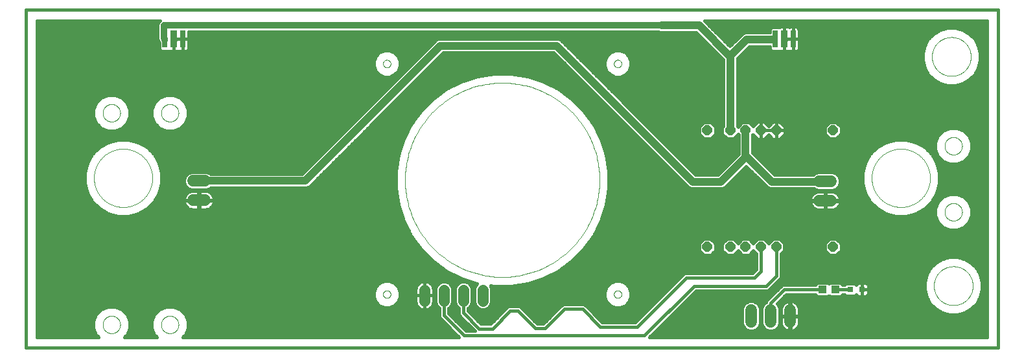
<source format=gtl>
G75*
%MOIN*%
%OFA0B0*%
%FSLAX25Y25*%
%IPPOS*%
%LPD*%
%AMOC8*
5,1,8,0,0,1.08239X$1,22.5*
%
%ADD10C,0.01600*%
%ADD11C,0.00000*%
%ADD12C,0.05600*%
%ADD13R,0.03622X0.09016*%
%ADD14R,0.02598X0.09016*%
%ADD15OC8,0.05150*%
%ADD16C,0.06000*%
%ADD17R,0.03150X0.03150*%
%ADD18R,0.04331X0.03937*%
%ADD19C,0.04000*%
%ADD20C,0.03200*%
%ADD21C,0.02400*%
D10*
X0128333Y0033333D02*
X0128333Y0207333D01*
X0628333Y0207333D01*
X0628333Y0033333D01*
X0128333Y0033333D01*
X0133933Y0038933D02*
X0133933Y0201733D01*
X0197208Y0201733D01*
X0196620Y0201146D01*
X0196133Y0199970D01*
X0196133Y0192169D01*
X0196620Y0190993D01*
X0196720Y0190894D01*
X0196907Y0190443D01*
X0196907Y0187163D01*
X0197844Y0186225D01*
X0201694Y0186225D01*
X0201828Y0186148D01*
X0202285Y0186025D01*
X0204228Y0186025D01*
X0204228Y0192228D01*
X0204439Y0192228D01*
X0204439Y0192439D01*
X0205762Y0192439D01*
X0205762Y0192333D01*
X0208861Y0192333D01*
X0208861Y0186025D01*
X0210397Y0186025D01*
X0210855Y0186148D01*
X0211265Y0186385D01*
X0211600Y0186720D01*
X0211837Y0187131D01*
X0211960Y0187588D01*
X0211960Y0192333D01*
X0208861Y0192333D01*
X0208861Y0192333D01*
X0208861Y0192333D01*
X0208861Y0186025D01*
X0207325Y0186025D01*
X0206867Y0186148D01*
X0206853Y0186156D01*
X0206839Y0186148D01*
X0206381Y0186025D01*
X0204439Y0186025D01*
X0204439Y0192228D01*
X0205762Y0192228D01*
X0205762Y0192333D01*
X0208861Y0192333D01*
X0208861Y0192333D01*
X0211960Y0192333D01*
X0211960Y0196133D01*
X0453652Y0196133D01*
X0454617Y0195733D01*
X0473055Y0195733D01*
X0486977Y0181811D01*
X0486977Y0180405D01*
X0486921Y0180268D01*
X0486921Y0178836D01*
X0486977Y0178699D01*
X0486977Y0147637D01*
X0486403Y0147063D01*
X0486403Y0143604D01*
X0488848Y0141159D01*
X0492307Y0141159D01*
X0494514Y0143366D01*
X0494851Y0143029D01*
X0494851Y0133113D01*
X0484266Y0122527D01*
X0472793Y0122527D01*
X0403341Y0191979D01*
X0402018Y0192527D01*
X0340742Y0192527D01*
X0339419Y0191979D01*
X0338406Y0190966D01*
X0270373Y0122933D01*
X0223239Y0122933D01*
X0222939Y0123233D01*
X0221248Y0123933D01*
X0213418Y0123933D01*
X0211728Y0123233D01*
X0210434Y0121939D01*
X0209733Y0120248D01*
X0209733Y0118418D01*
X0210434Y0116728D01*
X0211728Y0115434D01*
X0213418Y0114733D01*
X0221248Y0114733D01*
X0222939Y0115434D01*
X0223239Y0115733D01*
X0272581Y0115733D01*
X0273904Y0116281D01*
X0342949Y0185327D01*
X0399811Y0185327D01*
X0468250Y0116888D01*
X0468250Y0116888D01*
X0469263Y0115875D01*
X0470586Y0115327D01*
X0486473Y0115327D01*
X0487796Y0115875D01*
X0488809Y0116888D01*
X0498823Y0126902D01*
X0509850Y0115875D01*
X0511173Y0115327D01*
X0533796Y0115327D01*
X0533871Y0115252D01*
X0535562Y0114552D01*
X0543392Y0114552D01*
X0545082Y0115252D01*
X0546376Y0116546D01*
X0547077Y0118237D01*
X0547077Y0120067D01*
X0546376Y0121757D01*
X0545082Y0123051D01*
X0543392Y0123752D01*
X0535562Y0123752D01*
X0533871Y0123051D01*
X0533347Y0122527D01*
X0513380Y0122527D01*
X0502051Y0133856D01*
X0502051Y0143029D01*
X0502247Y0143225D01*
X0504513Y0140959D01*
X0506325Y0140959D01*
X0506325Y0145333D01*
X0506326Y0145333D01*
X0506326Y0145333D01*
X0514199Y0145333D01*
X0514199Y0145333D01*
X0514200Y0145333D01*
X0514200Y0145333D01*
X0518574Y0145333D01*
X0518574Y0143521D01*
X0516012Y0140959D01*
X0514200Y0140959D01*
X0514200Y0145333D01*
X0518574Y0145333D01*
X0518574Y0147145D01*
X0516012Y0149708D01*
X0514200Y0149708D01*
X0514200Y0145333D01*
X0514199Y0145333D02*
X0514199Y0140959D01*
X0512387Y0140959D01*
X0510262Y0143083D01*
X0508138Y0140959D01*
X0506326Y0140959D01*
X0506326Y0145333D01*
X0510700Y0145333D01*
X0514199Y0145333D01*
X0514199Y0149708D01*
X0512387Y0149708D01*
X0510262Y0147583D01*
X0508138Y0149708D01*
X0506326Y0149708D01*
X0506326Y0145333D01*
X0506325Y0145333D01*
X0506325Y0149708D01*
X0504513Y0149708D01*
X0502247Y0147442D01*
X0500181Y0149508D01*
X0496722Y0149508D01*
X0494514Y0147300D01*
X0494177Y0147637D01*
X0494177Y0182336D01*
X0500449Y0188608D01*
X0510907Y0188608D01*
X0510907Y0187163D01*
X0511844Y0186225D01*
X0515694Y0186225D01*
X0515828Y0186148D01*
X0516285Y0186025D01*
X0518228Y0186025D01*
X0518228Y0192228D01*
X0518439Y0192228D01*
X0518439Y0192439D01*
X0519762Y0192439D01*
X0519762Y0192333D01*
X0522861Y0192333D01*
X0522861Y0186025D01*
X0524397Y0186025D01*
X0524855Y0186148D01*
X0525265Y0186385D01*
X0525600Y0186720D01*
X0525837Y0187131D01*
X0525960Y0187588D01*
X0525960Y0192333D01*
X0522861Y0192333D01*
X0522861Y0192333D01*
X0522861Y0192333D01*
X0522861Y0186025D01*
X0521325Y0186025D01*
X0520867Y0186148D01*
X0520853Y0186156D01*
X0520839Y0186148D01*
X0520381Y0186025D01*
X0518439Y0186025D01*
X0518439Y0192228D01*
X0519762Y0192228D01*
X0519762Y0192333D01*
X0522861Y0192333D01*
X0522861Y0192333D01*
X0525960Y0192333D01*
X0525960Y0197078D01*
X0525837Y0197536D01*
X0525600Y0197946D01*
X0525265Y0198282D01*
X0524855Y0198519D01*
X0524397Y0198641D01*
X0522861Y0198641D01*
X0522861Y0192333D01*
X0522861Y0192333D01*
X0522861Y0198641D01*
X0521325Y0198641D01*
X0520867Y0198519D01*
X0520853Y0198511D01*
X0520839Y0198519D01*
X0520381Y0198641D01*
X0518439Y0198641D01*
X0518439Y0192439D01*
X0518228Y0192439D01*
X0518228Y0198641D01*
X0516285Y0198641D01*
X0515828Y0198519D01*
X0515694Y0198441D01*
X0511844Y0198441D01*
X0510907Y0197504D01*
X0510907Y0195808D01*
X0498242Y0195808D01*
X0496919Y0195260D01*
X0495906Y0194248D01*
X0490315Y0188656D01*
X0477598Y0201373D01*
X0477237Y0201733D01*
X0622733Y0201733D01*
X0622733Y0038933D01*
X0449077Y0038933D01*
X0472921Y0062777D01*
X0509436Y0062777D01*
X0510318Y0063142D01*
X0510993Y0063818D01*
X0516234Y0069059D01*
X0516599Y0069941D01*
X0516599Y0081829D01*
X0518374Y0083604D01*
X0518374Y0087063D01*
X0515929Y0089508D01*
X0512470Y0089508D01*
X0510262Y0087300D01*
X0508055Y0089508D01*
X0504596Y0089508D01*
X0502388Y0087300D01*
X0500181Y0089508D01*
X0496722Y0089508D01*
X0494514Y0087300D01*
X0492307Y0089508D01*
X0488848Y0089508D01*
X0486403Y0087063D01*
X0486403Y0083604D01*
X0488848Y0081159D01*
X0492307Y0081159D01*
X0494514Y0083366D01*
X0496722Y0081159D01*
X0500181Y0081159D01*
X0502388Y0083366D01*
X0503925Y0081829D01*
X0503925Y0073851D01*
X0502027Y0071952D01*
X0467387Y0071952D01*
X0466505Y0071587D01*
X0441558Y0046640D01*
X0424796Y0046640D01*
X0416068Y0055368D01*
X0415186Y0055733D01*
X0404856Y0055733D01*
X0403974Y0055368D01*
X0403299Y0054693D01*
X0394339Y0045733D01*
X0391327Y0045733D01*
X0383368Y0053693D01*
X0382693Y0054368D01*
X0381811Y0054733D01*
X0376856Y0054733D01*
X0375974Y0054368D01*
X0375299Y0053693D01*
X0367308Y0045702D01*
X0362359Y0045702D01*
X0355733Y0052327D01*
X0355733Y0053765D01*
X0355826Y0053803D01*
X0357063Y0055041D01*
X0357733Y0056658D01*
X0357733Y0064009D01*
X0357063Y0065626D01*
X0355826Y0066863D01*
X0354209Y0067533D01*
X0352458Y0067533D01*
X0350841Y0066863D01*
X0349603Y0065626D01*
X0348933Y0064009D01*
X0348933Y0056658D01*
X0349603Y0055041D01*
X0350841Y0053803D01*
X0350933Y0053765D01*
X0350933Y0050856D01*
X0351299Y0049974D01*
X0351974Y0049299D01*
X0359214Y0042058D01*
X0354690Y0042058D01*
X0345733Y0051015D01*
X0345733Y0053765D01*
X0345826Y0053803D01*
X0347063Y0055041D01*
X0347733Y0056658D01*
X0347733Y0064009D01*
X0347063Y0065626D01*
X0345826Y0066863D01*
X0344209Y0067533D01*
X0342458Y0067533D01*
X0340841Y0066863D01*
X0339603Y0065626D01*
X0338933Y0064009D01*
X0338933Y0056658D01*
X0339603Y0055041D01*
X0340841Y0053803D01*
X0340933Y0053765D01*
X0340933Y0049543D01*
X0341299Y0048661D01*
X0351027Y0038933D01*
X0209085Y0038933D01*
X0210217Y0040065D01*
X0211633Y0043483D01*
X0211633Y0047183D01*
X0210217Y0050601D01*
X0207601Y0053217D01*
X0204183Y0054633D01*
X0200483Y0054633D01*
X0197065Y0053217D01*
X0194449Y0050601D01*
X0193033Y0047183D01*
X0193033Y0043483D01*
X0194449Y0040065D01*
X0195581Y0038933D01*
X0179085Y0038933D01*
X0180217Y0040065D01*
X0181633Y0043483D01*
X0181633Y0047183D01*
X0180217Y0050601D01*
X0177601Y0053217D01*
X0174183Y0054633D01*
X0170483Y0054633D01*
X0167065Y0053217D01*
X0164449Y0050601D01*
X0163033Y0047183D01*
X0163033Y0043483D01*
X0164449Y0040065D01*
X0165581Y0038933D01*
X0133933Y0038933D01*
X0133933Y0039311D02*
X0165203Y0039311D01*
X0164099Y0040910D02*
X0133933Y0040910D01*
X0133933Y0042508D02*
X0163437Y0042508D01*
X0163033Y0044107D02*
X0133933Y0044107D01*
X0133933Y0045705D02*
X0163033Y0045705D01*
X0163083Y0047304D02*
X0133933Y0047304D01*
X0133933Y0048902D02*
X0163745Y0048902D01*
X0164407Y0050501D02*
X0133933Y0050501D01*
X0133933Y0052099D02*
X0165947Y0052099D01*
X0168224Y0053698D02*
X0133933Y0053698D01*
X0133933Y0055296D02*
X0310070Y0055296D01*
X0310133Y0055233D02*
X0312615Y0054205D01*
X0315302Y0054205D01*
X0317784Y0055233D01*
X0319683Y0057133D01*
X0320711Y0059615D01*
X0320711Y0062302D01*
X0319683Y0064784D01*
X0317784Y0066683D01*
X0315302Y0067711D01*
X0312615Y0067711D01*
X0310133Y0066683D01*
X0308233Y0064784D01*
X0307205Y0062302D01*
X0307205Y0059615D01*
X0308233Y0057133D01*
X0310133Y0055233D01*
X0308472Y0056895D02*
X0133933Y0056895D01*
X0133933Y0058493D02*
X0307670Y0058493D01*
X0307205Y0060092D02*
X0133933Y0060092D01*
X0133933Y0061690D02*
X0307205Y0061690D01*
X0307614Y0063289D02*
X0133933Y0063289D01*
X0133933Y0064887D02*
X0308337Y0064887D01*
X0309935Y0066486D02*
X0133933Y0066486D01*
X0133933Y0068084D02*
X0355264Y0068084D01*
X0356203Y0066486D02*
X0360184Y0066486D01*
X0360395Y0066417D02*
X0359603Y0065626D01*
X0358933Y0064009D01*
X0358933Y0056658D01*
X0359603Y0055041D01*
X0360841Y0053803D01*
X0362458Y0053133D01*
X0364209Y0053133D01*
X0365826Y0053803D01*
X0367063Y0055041D01*
X0367733Y0056658D01*
X0367733Y0064009D01*
X0367189Y0065323D01*
X0369020Y0065033D01*
X0377646Y0065033D01*
X0386166Y0066383D01*
X0394369Y0069048D01*
X0402055Y0072964D01*
X0409033Y0078034D01*
X0415132Y0084134D01*
X0420202Y0091112D01*
X0424118Y0098797D01*
X0426784Y0107001D01*
X0428133Y0115520D01*
X0428133Y0124146D01*
X0426784Y0132666D01*
X0424118Y0140869D01*
X0420202Y0148555D01*
X0415132Y0155533D01*
X0409033Y0161632D01*
X0402055Y0166702D01*
X0394369Y0170618D01*
X0386166Y0173284D01*
X0377646Y0174633D01*
X0369020Y0174633D01*
X0360501Y0173284D01*
X0352297Y0170618D01*
X0344612Y0166702D01*
X0337634Y0161632D01*
X0331534Y0155533D01*
X0326464Y0148555D01*
X0322548Y0140869D01*
X0319883Y0132666D01*
X0318533Y0124146D01*
X0318533Y0115520D01*
X0319883Y0107001D01*
X0322548Y0098797D01*
X0326464Y0091112D01*
X0331534Y0084134D01*
X0337634Y0078034D01*
X0344612Y0072964D01*
X0352297Y0069048D01*
X0360395Y0066417D01*
X0359297Y0064887D02*
X0357369Y0064887D01*
X0357733Y0063289D02*
X0358933Y0063289D01*
X0358933Y0061690D02*
X0357733Y0061690D01*
X0357733Y0060092D02*
X0358933Y0060092D01*
X0358933Y0058493D02*
X0357733Y0058493D01*
X0357733Y0056895D02*
X0358933Y0056895D01*
X0359497Y0055296D02*
X0357169Y0055296D01*
X0355733Y0053698D02*
X0361096Y0053698D01*
X0365571Y0053698D02*
X0375303Y0053698D01*
X0373705Y0052099D02*
X0355962Y0052099D01*
X0357560Y0050501D02*
X0372106Y0050501D01*
X0370508Y0048902D02*
X0359159Y0048902D01*
X0360757Y0047304D02*
X0368909Y0047304D01*
X0367311Y0045705D02*
X0362356Y0045705D01*
X0361365Y0043302D02*
X0368302Y0043302D01*
X0377333Y0052333D01*
X0381333Y0052333D01*
X0390333Y0043333D01*
X0395333Y0043333D01*
X0405333Y0053333D01*
X0414708Y0053333D01*
X0423802Y0044240D01*
X0442552Y0044240D01*
X0467865Y0069552D01*
X0503021Y0069552D01*
X0506325Y0072857D01*
X0506325Y0085333D01*
X0503284Y0082471D02*
X0501493Y0082471D01*
X0503925Y0080872D02*
X0411871Y0080872D01*
X0410273Y0079274D02*
X0503925Y0079274D01*
X0503925Y0077675D02*
X0408539Y0077675D01*
X0406339Y0076077D02*
X0503925Y0076077D01*
X0503925Y0074478D02*
X0404139Y0074478D01*
X0401889Y0072880D02*
X0502954Y0072880D01*
X0508958Y0065177D02*
X0514199Y0070418D01*
X0514199Y0085333D01*
X0517241Y0082471D02*
X0540292Y0082471D01*
X0539159Y0083604D02*
X0541604Y0081159D01*
X0545063Y0081159D01*
X0547508Y0083604D01*
X0547508Y0087063D01*
X0545063Y0089508D01*
X0541604Y0089508D01*
X0539159Y0087063D01*
X0539159Y0083604D01*
X0539159Y0084069D02*
X0518374Y0084069D01*
X0518374Y0085668D02*
X0539159Y0085668D01*
X0539362Y0087266D02*
X0518170Y0087266D01*
X0516572Y0088865D02*
X0540961Y0088865D01*
X0545706Y0088865D02*
X0622733Y0088865D01*
X0622733Y0090463D02*
X0419731Y0090463D01*
X0420687Y0092062D02*
X0622733Y0092062D01*
X0622733Y0093660D02*
X0421501Y0093660D01*
X0422315Y0095259D02*
X0600525Y0095259D01*
X0600065Y0095449D02*
X0603483Y0094033D01*
X0607183Y0094033D01*
X0610601Y0095449D01*
X0613217Y0098065D01*
X0614633Y0101483D01*
X0614633Y0105183D01*
X0613217Y0108601D01*
X0610601Y0111217D01*
X0607183Y0112633D01*
X0603483Y0112633D01*
X0600065Y0111217D01*
X0597449Y0108601D01*
X0596033Y0105183D01*
X0596033Y0101483D01*
X0597449Y0098065D01*
X0600065Y0095449D01*
X0598657Y0096857D02*
X0423130Y0096857D01*
X0423944Y0098456D02*
X0597287Y0098456D01*
X0596625Y0100054D02*
X0424527Y0100054D01*
X0425046Y0101653D02*
X0573414Y0101653D01*
X0575727Y0101033D02*
X0570691Y0102383D01*
X0566176Y0104989D01*
X0562489Y0108676D01*
X0559883Y0113191D01*
X0558533Y0118227D01*
X0558533Y0123440D01*
X0559883Y0128476D01*
X0562489Y0132991D01*
X0566176Y0136677D01*
X0570691Y0139284D01*
X0575727Y0140633D01*
X0580940Y0140633D01*
X0585976Y0139284D01*
X0590491Y0136677D01*
X0594177Y0132991D01*
X0596784Y0128476D01*
X0598133Y0123440D01*
X0598133Y0118227D01*
X0596784Y0113191D01*
X0594177Y0108676D01*
X0590491Y0104989D01*
X0585976Y0102383D01*
X0580940Y0101033D01*
X0575727Y0101033D01*
X0569186Y0103251D02*
X0425566Y0103251D01*
X0426085Y0104850D02*
X0534346Y0104850D01*
X0534634Y0104703D02*
X0535353Y0104470D01*
X0536099Y0104352D01*
X0539277Y0104352D01*
X0539277Y0108952D01*
X0539677Y0108952D01*
X0539677Y0109352D01*
X0547277Y0109352D01*
X0547277Y0109530D01*
X0547158Y0110276D01*
X0546925Y0110994D01*
X0546582Y0111667D01*
X0546138Y0112279D01*
X0545604Y0112813D01*
X0544992Y0113257D01*
X0544319Y0113600D01*
X0543601Y0113834D01*
X0542854Y0113952D01*
X0539677Y0113952D01*
X0539677Y0109352D01*
X0539277Y0109352D01*
X0539277Y0113952D01*
X0536099Y0113952D01*
X0535353Y0113834D01*
X0534634Y0113600D01*
X0533961Y0113257D01*
X0533350Y0112813D01*
X0532815Y0112279D01*
X0532371Y0111667D01*
X0532028Y0110994D01*
X0531795Y0110276D01*
X0531677Y0109530D01*
X0531677Y0109352D01*
X0539276Y0109352D01*
X0539276Y0108952D01*
X0531677Y0108952D01*
X0531677Y0108774D01*
X0531795Y0108028D01*
X0532028Y0107309D01*
X0532371Y0106636D01*
X0532815Y0106025D01*
X0533350Y0105491D01*
X0533961Y0105046D01*
X0534634Y0104703D01*
X0532507Y0106448D02*
X0426604Y0106448D01*
X0426950Y0108047D02*
X0531792Y0108047D01*
X0531695Y0109645D02*
X0427203Y0109645D01*
X0427456Y0111244D02*
X0532155Y0111244D01*
X0533390Y0112843D02*
X0427709Y0112843D01*
X0427962Y0114441D02*
X0559548Y0114441D01*
X0559119Y0116040D02*
X0545870Y0116040D01*
X0546829Y0117638D02*
X0558691Y0117638D01*
X0558533Y0119237D02*
X0547077Y0119237D01*
X0546758Y0120835D02*
X0558533Y0120835D01*
X0558533Y0122434D02*
X0545700Y0122434D01*
X0558692Y0124032D02*
X0511875Y0124032D01*
X0510277Y0125631D02*
X0559120Y0125631D01*
X0559549Y0127229D02*
X0508678Y0127229D01*
X0507080Y0128828D02*
X0560086Y0128828D01*
X0561009Y0130426D02*
X0505481Y0130426D01*
X0503883Y0132025D02*
X0561932Y0132025D01*
X0563122Y0133623D02*
X0502284Y0133623D01*
X0502051Y0135222D02*
X0564720Y0135222D01*
X0566423Y0136820D02*
X0502051Y0136820D01*
X0502051Y0138419D02*
X0569192Y0138419D01*
X0573427Y0140017D02*
X0502051Y0140017D01*
X0502051Y0141616D02*
X0503856Y0141616D01*
X0502258Y0143214D02*
X0502236Y0143214D01*
X0506325Y0143214D02*
X0506326Y0143214D01*
X0506325Y0141616D02*
X0506326Y0141616D01*
X0508795Y0141616D02*
X0511730Y0141616D01*
X0514199Y0141616D02*
X0514200Y0141616D01*
X0514199Y0143214D02*
X0514200Y0143214D01*
X0514199Y0144813D02*
X0514200Y0144813D01*
X0514200Y0145333D02*
X0514199Y0145333D01*
X0514199Y0146411D02*
X0514200Y0146411D01*
X0514199Y0148010D02*
X0514200Y0148010D01*
X0514199Y0149608D02*
X0514200Y0149608D01*
X0516111Y0149608D02*
X0622733Y0149608D01*
X0622733Y0148010D02*
X0546561Y0148010D01*
X0547508Y0147063D02*
X0545063Y0149508D01*
X0541604Y0149508D01*
X0539159Y0147063D01*
X0539159Y0143604D01*
X0541604Y0141159D01*
X0545063Y0141159D01*
X0547508Y0143604D01*
X0547508Y0147063D01*
X0547508Y0146411D02*
X0602947Y0146411D01*
X0603483Y0146633D02*
X0600065Y0145217D01*
X0597449Y0142601D01*
X0596033Y0139183D01*
X0596033Y0135483D01*
X0597449Y0132065D01*
X0600065Y0129449D01*
X0603483Y0128033D01*
X0607183Y0128033D01*
X0610601Y0129449D01*
X0613217Y0132065D01*
X0614633Y0135483D01*
X0614633Y0139183D01*
X0613217Y0142601D01*
X0610601Y0145217D01*
X0607183Y0146633D01*
X0603483Y0146633D01*
X0599661Y0144813D02*
X0547508Y0144813D01*
X0547118Y0143214D02*
X0598062Y0143214D01*
X0597041Y0141616D02*
X0545520Y0141616D01*
X0541147Y0141616D02*
X0516669Y0141616D01*
X0518267Y0143214D02*
X0539548Y0143214D01*
X0539159Y0144813D02*
X0518574Y0144813D01*
X0518574Y0146411D02*
X0539159Y0146411D01*
X0540106Y0148010D02*
X0517710Y0148010D01*
X0512288Y0149608D02*
X0508237Y0149608D01*
X0506326Y0149608D02*
X0506325Y0149608D01*
X0506325Y0148010D02*
X0506326Y0148010D01*
X0506325Y0146411D02*
X0506326Y0146411D01*
X0506325Y0144813D02*
X0506326Y0144813D01*
X0509836Y0148010D02*
X0510689Y0148010D01*
X0504414Y0149608D02*
X0494177Y0149608D01*
X0494177Y0148010D02*
X0495224Y0148010D01*
X0494177Y0151207D02*
X0622733Y0151207D01*
X0622733Y0152805D02*
X0494177Y0152805D01*
X0494177Y0154404D02*
X0622733Y0154404D01*
X0622733Y0156002D02*
X0494177Y0156002D01*
X0494177Y0157601D02*
X0622733Y0157601D01*
X0622733Y0159199D02*
X0494177Y0159199D01*
X0494177Y0160798D02*
X0622733Y0160798D01*
X0622733Y0162396D02*
X0494177Y0162396D01*
X0494177Y0163995D02*
X0622733Y0163995D01*
X0622733Y0165593D02*
X0494177Y0165593D01*
X0494177Y0167192D02*
X0622733Y0167192D01*
X0622733Y0168790D02*
X0607241Y0168790D01*
X0606282Y0168533D02*
X0610046Y0169542D01*
X0613421Y0171490D01*
X0616176Y0174246D01*
X0618125Y0177621D01*
X0619133Y0181385D01*
X0619133Y0185282D01*
X0618125Y0189046D01*
X0616176Y0192421D01*
X0613421Y0195176D01*
X0610046Y0197125D01*
X0606282Y0198133D01*
X0602385Y0198133D01*
X0598621Y0197125D01*
X0595246Y0195176D01*
X0592490Y0192421D01*
X0590542Y0189046D01*
X0589533Y0185282D01*
X0589533Y0181385D01*
X0590542Y0177621D01*
X0592490Y0174246D01*
X0595246Y0171490D01*
X0598621Y0169542D01*
X0602385Y0168533D01*
X0606282Y0168533D01*
X0601425Y0168790D02*
X0494177Y0168790D01*
X0494177Y0170389D02*
X0597154Y0170389D01*
X0594749Y0171987D02*
X0494177Y0171987D01*
X0494177Y0173586D02*
X0593150Y0173586D01*
X0591948Y0175184D02*
X0494177Y0175184D01*
X0494177Y0176783D02*
X0591026Y0176783D01*
X0590338Y0178381D02*
X0494177Y0178381D01*
X0494177Y0179980D02*
X0589910Y0179980D01*
X0589533Y0181579D02*
X0494177Y0181579D01*
X0495018Y0183177D02*
X0589533Y0183177D01*
X0589533Y0184776D02*
X0496617Y0184776D01*
X0498215Y0186374D02*
X0511695Y0186374D01*
X0510907Y0187973D02*
X0499814Y0187973D01*
X0492828Y0191170D02*
X0487801Y0191170D01*
X0486203Y0192768D02*
X0494427Y0192768D01*
X0496025Y0194367D02*
X0484604Y0194367D01*
X0483006Y0195965D02*
X0510907Y0195965D01*
X0510966Y0197564D02*
X0481407Y0197564D01*
X0479809Y0199162D02*
X0622733Y0199162D01*
X0622733Y0197564D02*
X0608408Y0197564D01*
X0612054Y0195965D02*
X0622733Y0195965D01*
X0622733Y0194367D02*
X0614230Y0194367D01*
X0615829Y0192768D02*
X0622733Y0192768D01*
X0622733Y0191170D02*
X0616899Y0191170D01*
X0617822Y0189571D02*
X0622733Y0189571D01*
X0622733Y0187973D02*
X0618412Y0187973D01*
X0618841Y0186374D02*
X0622733Y0186374D01*
X0622733Y0184776D02*
X0619133Y0184776D01*
X0619133Y0183177D02*
X0622733Y0183177D01*
X0622733Y0181579D02*
X0619133Y0181579D01*
X0618757Y0179980D02*
X0622733Y0179980D01*
X0622733Y0178381D02*
X0618329Y0178381D01*
X0617641Y0176783D02*
X0622733Y0176783D01*
X0622733Y0175184D02*
X0616718Y0175184D01*
X0615516Y0173586D02*
X0622733Y0173586D01*
X0622733Y0171987D02*
X0613918Y0171987D01*
X0611513Y0170389D02*
X0622733Y0170389D01*
X0589826Y0186374D02*
X0525246Y0186374D01*
X0525960Y0187973D02*
X0590254Y0187973D01*
X0590845Y0189571D02*
X0525960Y0189571D01*
X0525960Y0191170D02*
X0591768Y0191170D01*
X0592838Y0192768D02*
X0525960Y0192768D01*
X0525960Y0194367D02*
X0594436Y0194367D01*
X0596612Y0195965D02*
X0525960Y0195965D01*
X0525821Y0197564D02*
X0600259Y0197564D01*
X0622733Y0200761D02*
X0478210Y0200761D01*
X0454058Y0195965D02*
X0211960Y0195965D01*
X0211960Y0194367D02*
X0474422Y0194367D01*
X0476020Y0192768D02*
X0211960Y0192768D01*
X0211960Y0191170D02*
X0338610Y0191170D01*
X0337011Y0189571D02*
X0211960Y0189571D01*
X0211960Y0187973D02*
X0335413Y0187973D01*
X0333814Y0186374D02*
X0315513Y0186374D01*
X0315302Y0186461D02*
X0312615Y0186461D01*
X0310133Y0185433D01*
X0308233Y0183534D01*
X0307205Y0181052D01*
X0307205Y0178365D01*
X0308233Y0175883D01*
X0310133Y0173983D01*
X0312615Y0172955D01*
X0315302Y0172955D01*
X0317784Y0173983D01*
X0319683Y0175883D01*
X0320711Y0178365D01*
X0320711Y0181052D01*
X0319683Y0183534D01*
X0317784Y0185433D01*
X0315302Y0186461D01*
X0312404Y0186374D02*
X0211246Y0186374D01*
X0208861Y0186374D02*
X0208861Y0186374D01*
X0208861Y0187973D02*
X0208861Y0187973D01*
X0208861Y0189571D02*
X0208861Y0189571D01*
X0208861Y0191170D02*
X0208861Y0191170D01*
X0204439Y0191170D02*
X0204228Y0191170D01*
X0204228Y0189571D02*
X0204439Y0189571D01*
X0204439Y0187973D02*
X0204228Y0187973D01*
X0204228Y0186374D02*
X0204439Y0186374D01*
X0197695Y0186374D02*
X0133933Y0186374D01*
X0133933Y0184776D02*
X0309475Y0184776D01*
X0308086Y0183177D02*
X0133933Y0183177D01*
X0133933Y0181579D02*
X0307423Y0181579D01*
X0307205Y0179980D02*
X0133933Y0179980D01*
X0133933Y0178381D02*
X0307205Y0178381D01*
X0307861Y0176783D02*
X0133933Y0176783D01*
X0133933Y0175184D02*
X0308932Y0175184D01*
X0311092Y0173586D02*
X0133933Y0173586D01*
X0133933Y0171987D02*
X0319428Y0171987D01*
X0321026Y0173586D02*
X0316824Y0173586D01*
X0318985Y0175184D02*
X0322625Y0175184D01*
X0324223Y0176783D02*
X0320056Y0176783D01*
X0320711Y0178381D02*
X0325822Y0178381D01*
X0327420Y0179980D02*
X0320711Y0179980D01*
X0320493Y0181579D02*
X0329019Y0181579D01*
X0330617Y0183177D02*
X0319831Y0183177D01*
X0318441Y0184776D02*
X0332216Y0184776D01*
X0339201Y0181579D02*
X0403559Y0181579D01*
X0401961Y0183177D02*
X0340799Y0183177D01*
X0342398Y0184776D02*
X0400362Y0184776D01*
X0408946Y0186374D02*
X0431154Y0186374D01*
X0431365Y0186461D02*
X0428883Y0185433D01*
X0426983Y0183534D01*
X0425955Y0181052D01*
X0425955Y0178365D01*
X0426983Y0175883D01*
X0428883Y0173983D01*
X0431365Y0172955D01*
X0434052Y0172955D01*
X0436534Y0173983D01*
X0438433Y0175883D01*
X0439461Y0178365D01*
X0439461Y0181052D01*
X0438433Y0183534D01*
X0436534Y0185433D01*
X0434052Y0186461D01*
X0431365Y0186461D01*
X0434263Y0186374D02*
X0482414Y0186374D01*
X0480816Y0187973D02*
X0407348Y0187973D01*
X0405749Y0189571D02*
X0479217Y0189571D01*
X0477619Y0191170D02*
X0404151Y0191170D01*
X0410545Y0184776D02*
X0428225Y0184776D01*
X0426836Y0183177D02*
X0412143Y0183177D01*
X0413742Y0181579D02*
X0426173Y0181579D01*
X0425955Y0179980D02*
X0415340Y0179980D01*
X0416939Y0178381D02*
X0425955Y0178381D01*
X0426611Y0176783D02*
X0418537Y0176783D01*
X0420136Y0175184D02*
X0427682Y0175184D01*
X0429842Y0173586D02*
X0421734Y0173586D01*
X0423333Y0171987D02*
X0486977Y0171987D01*
X0486977Y0170389D02*
X0424931Y0170389D01*
X0426530Y0168790D02*
X0486977Y0168790D01*
X0486977Y0167192D02*
X0428128Y0167192D01*
X0429727Y0165593D02*
X0486977Y0165593D01*
X0486977Y0163995D02*
X0431325Y0163995D01*
X0432924Y0162396D02*
X0486977Y0162396D01*
X0486977Y0160798D02*
X0434522Y0160798D01*
X0436121Y0159199D02*
X0486977Y0159199D01*
X0486977Y0157601D02*
X0437719Y0157601D01*
X0439318Y0156002D02*
X0486977Y0156002D01*
X0486977Y0154404D02*
X0440916Y0154404D01*
X0442515Y0152805D02*
X0486977Y0152805D01*
X0486977Y0151207D02*
X0444114Y0151207D01*
X0445712Y0149608D02*
X0486977Y0149608D01*
X0486977Y0148010D02*
X0481994Y0148010D01*
X0482941Y0147063D02*
X0480496Y0149508D01*
X0477037Y0149508D01*
X0474592Y0147063D01*
X0474592Y0143604D01*
X0477037Y0141159D01*
X0480496Y0141159D01*
X0482941Y0143604D01*
X0482941Y0147063D01*
X0482941Y0146411D02*
X0486403Y0146411D01*
X0486403Y0144813D02*
X0482941Y0144813D01*
X0482551Y0143214D02*
X0486792Y0143214D01*
X0488391Y0141616D02*
X0480953Y0141616D01*
X0476580Y0141616D02*
X0453705Y0141616D01*
X0455303Y0140017D02*
X0494851Y0140017D01*
X0494851Y0138419D02*
X0456902Y0138419D01*
X0458500Y0136820D02*
X0494851Y0136820D01*
X0494851Y0135222D02*
X0460099Y0135222D01*
X0461697Y0133623D02*
X0494851Y0133623D01*
X0493763Y0132025D02*
X0463296Y0132025D01*
X0464894Y0130426D02*
X0492165Y0130426D01*
X0490566Y0128828D02*
X0466493Y0128828D01*
X0468091Y0127229D02*
X0488968Y0127229D01*
X0487369Y0125631D02*
X0469690Y0125631D01*
X0471288Y0124032D02*
X0485771Y0124032D01*
X0492756Y0120835D02*
X0504890Y0120835D01*
X0506488Y0119237D02*
X0491158Y0119237D01*
X0489559Y0117638D02*
X0508087Y0117638D01*
X0509685Y0116040D02*
X0487961Y0116040D01*
X0494355Y0122434D02*
X0503291Y0122434D01*
X0501693Y0124032D02*
X0495953Y0124032D01*
X0497552Y0125631D02*
X0500094Y0125631D01*
X0469098Y0116040D02*
X0428133Y0116040D01*
X0428133Y0117638D02*
X0467500Y0117638D01*
X0465901Y0119237D02*
X0428133Y0119237D01*
X0428133Y0120835D02*
X0464303Y0120835D01*
X0462704Y0122434D02*
X0428133Y0122434D01*
X0428133Y0124032D02*
X0461106Y0124032D01*
X0459507Y0125631D02*
X0427898Y0125631D01*
X0427645Y0127229D02*
X0457909Y0127229D01*
X0456310Y0128828D02*
X0427392Y0128828D01*
X0427139Y0130426D02*
X0454712Y0130426D01*
X0453113Y0132025D02*
X0426885Y0132025D01*
X0426473Y0133623D02*
X0451515Y0133623D01*
X0449916Y0135222D02*
X0425953Y0135222D01*
X0425434Y0136820D02*
X0448318Y0136820D01*
X0446719Y0138419D02*
X0424915Y0138419D01*
X0424395Y0140017D02*
X0445121Y0140017D01*
X0443522Y0141616D02*
X0423738Y0141616D01*
X0422924Y0143214D02*
X0441924Y0143214D01*
X0440325Y0144813D02*
X0422109Y0144813D01*
X0421295Y0146411D02*
X0438727Y0146411D01*
X0437128Y0148010D02*
X0420480Y0148010D01*
X0419437Y0149608D02*
X0435530Y0149608D01*
X0433931Y0151207D02*
X0418276Y0151207D01*
X0417114Y0152805D02*
X0432333Y0152805D01*
X0430734Y0154404D02*
X0415953Y0154404D01*
X0414663Y0156002D02*
X0429136Y0156002D01*
X0427537Y0157601D02*
X0413065Y0157601D01*
X0411466Y0159199D02*
X0425939Y0159199D01*
X0424340Y0160798D02*
X0409868Y0160798D01*
X0407982Y0162396D02*
X0422742Y0162396D01*
X0421143Y0163995D02*
X0405781Y0163995D01*
X0403581Y0165593D02*
X0419545Y0165593D01*
X0417946Y0167192D02*
X0401094Y0167192D01*
X0397957Y0168790D02*
X0416348Y0168790D01*
X0414749Y0170389D02*
X0394820Y0170389D01*
X0390156Y0171987D02*
X0413151Y0171987D01*
X0411552Y0173586D02*
X0384259Y0173586D01*
X0405158Y0179980D02*
X0337602Y0179980D01*
X0336004Y0178381D02*
X0406756Y0178381D01*
X0408355Y0176783D02*
X0334405Y0176783D01*
X0332807Y0175184D02*
X0409954Y0175184D01*
X0435574Y0173586D02*
X0486977Y0173586D01*
X0486977Y0175184D02*
X0437735Y0175184D01*
X0438806Y0176783D02*
X0486977Y0176783D01*
X0486977Y0178381D02*
X0439461Y0178381D01*
X0439461Y0179980D02*
X0486921Y0179980D01*
X0486977Y0181579D02*
X0439243Y0181579D01*
X0438581Y0183177D02*
X0485611Y0183177D01*
X0484013Y0184776D02*
X0437191Y0184776D01*
X0489400Y0189571D02*
X0491230Y0189571D01*
X0518228Y0189571D02*
X0518439Y0189571D01*
X0518439Y0187973D02*
X0518228Y0187973D01*
X0518228Y0186374D02*
X0518439Y0186374D01*
X0522861Y0186374D02*
X0522861Y0186374D01*
X0522861Y0187973D02*
X0522861Y0187973D01*
X0522861Y0189571D02*
X0522861Y0189571D01*
X0522861Y0191170D02*
X0522861Y0191170D01*
X0522861Y0192768D02*
X0522861Y0192768D01*
X0522861Y0194367D02*
X0522861Y0194367D01*
X0522861Y0195965D02*
X0522861Y0195965D01*
X0522861Y0197564D02*
X0522861Y0197564D01*
X0518439Y0197564D02*
X0518228Y0197564D01*
X0518228Y0195965D02*
X0518439Y0195965D01*
X0518439Y0194367D02*
X0518228Y0194367D01*
X0518228Y0192768D02*
X0518439Y0192768D01*
X0518439Y0191170D02*
X0518228Y0191170D01*
X0502815Y0148010D02*
X0501679Y0148010D01*
X0494666Y0143214D02*
X0494362Y0143214D01*
X0494851Y0141616D02*
X0492764Y0141616D01*
X0474981Y0143214D02*
X0452106Y0143214D01*
X0450508Y0144813D02*
X0474592Y0144813D01*
X0474592Y0146411D02*
X0448909Y0146411D01*
X0447311Y0148010D02*
X0475539Y0148010D01*
X0583239Y0140017D02*
X0596379Y0140017D01*
X0596033Y0138419D02*
X0587475Y0138419D01*
X0590243Y0136820D02*
X0596033Y0136820D01*
X0596142Y0135222D02*
X0591946Y0135222D01*
X0593545Y0133623D02*
X0596804Y0133623D01*
X0597490Y0132025D02*
X0594735Y0132025D01*
X0595658Y0130426D02*
X0599088Y0130426D01*
X0601566Y0128828D02*
X0596581Y0128828D01*
X0597118Y0127229D02*
X0622733Y0127229D01*
X0622733Y0125631D02*
X0597546Y0125631D01*
X0597975Y0124032D02*
X0622733Y0124032D01*
X0622733Y0122434D02*
X0598133Y0122434D01*
X0598133Y0120835D02*
X0622733Y0120835D01*
X0622733Y0119237D02*
X0598133Y0119237D01*
X0597976Y0117638D02*
X0622733Y0117638D01*
X0622733Y0116040D02*
X0597547Y0116040D01*
X0597119Y0114441D02*
X0622733Y0114441D01*
X0622733Y0112843D02*
X0596583Y0112843D01*
X0595660Y0111244D02*
X0600129Y0111244D01*
X0598493Y0109645D02*
X0594737Y0109645D01*
X0593548Y0108047D02*
X0597220Y0108047D01*
X0596557Y0106448D02*
X0591950Y0106448D01*
X0590249Y0104850D02*
X0596033Y0104850D01*
X0596033Y0103251D02*
X0587481Y0103251D01*
X0583252Y0101653D02*
X0596033Y0101653D01*
X0612010Y0096857D02*
X0622733Y0096857D01*
X0622733Y0095259D02*
X0610142Y0095259D01*
X0613379Y0098456D02*
X0622733Y0098456D01*
X0622733Y0100054D02*
X0614041Y0100054D01*
X0614633Y0101653D02*
X0622733Y0101653D01*
X0622733Y0103251D02*
X0614633Y0103251D01*
X0614633Y0104850D02*
X0622733Y0104850D01*
X0622733Y0106448D02*
X0614109Y0106448D01*
X0613447Y0108047D02*
X0622733Y0108047D01*
X0622733Y0109645D02*
X0612173Y0109645D01*
X0610537Y0111244D02*
X0622733Y0111244D01*
X0622733Y0128828D02*
X0609101Y0128828D01*
X0611578Y0130426D02*
X0622733Y0130426D01*
X0622733Y0132025D02*
X0613177Y0132025D01*
X0613863Y0133623D02*
X0622733Y0133623D01*
X0622733Y0135222D02*
X0614525Y0135222D01*
X0614633Y0136820D02*
X0622733Y0136820D01*
X0622733Y0138419D02*
X0614633Y0138419D01*
X0614288Y0140017D02*
X0622733Y0140017D01*
X0622733Y0141616D02*
X0613626Y0141616D01*
X0612605Y0143214D02*
X0622733Y0143214D01*
X0622733Y0144813D02*
X0611006Y0144813D01*
X0607719Y0146411D02*
X0622733Y0146411D01*
X0561007Y0111244D02*
X0546798Y0111244D01*
X0547258Y0109645D02*
X0561930Y0109645D01*
X0563118Y0108047D02*
X0547161Y0108047D01*
X0547158Y0108028D02*
X0547277Y0108774D01*
X0547277Y0108952D01*
X0539677Y0108952D01*
X0539677Y0104352D01*
X0542854Y0104352D01*
X0543601Y0104470D01*
X0544319Y0104703D01*
X0544992Y0105046D01*
X0545604Y0105491D01*
X0546138Y0106025D01*
X0546582Y0106636D01*
X0546925Y0107309D01*
X0547158Y0108028D01*
X0546446Y0106448D02*
X0564717Y0106448D01*
X0566417Y0104850D02*
X0544607Y0104850D01*
X0539677Y0104850D02*
X0539277Y0104850D01*
X0539277Y0106448D02*
X0539677Y0106448D01*
X0539677Y0108047D02*
X0539277Y0108047D01*
X0539277Y0109645D02*
X0539677Y0109645D01*
X0539677Y0111244D02*
X0539277Y0111244D01*
X0539277Y0112843D02*
X0539677Y0112843D01*
X0545563Y0112843D02*
X0560084Y0112843D01*
X0547304Y0087266D02*
X0622733Y0087266D01*
X0622733Y0085668D02*
X0547508Y0085668D01*
X0547508Y0084069D02*
X0622733Y0084069D01*
X0622733Y0082471D02*
X0546375Y0082471D01*
X0516599Y0080872D02*
X0622733Y0080872D01*
X0622733Y0079274D02*
X0610490Y0079274D01*
X0611046Y0079125D02*
X0607282Y0080133D01*
X0603385Y0080133D01*
X0599621Y0079125D01*
X0596246Y0077176D01*
X0593490Y0074421D01*
X0591542Y0071046D01*
X0590533Y0067282D01*
X0590533Y0063385D01*
X0591542Y0059621D01*
X0593490Y0056246D01*
X0596246Y0053490D01*
X0599621Y0051542D01*
X0603385Y0050533D01*
X0607282Y0050533D01*
X0611046Y0051542D01*
X0614421Y0053490D01*
X0617176Y0056246D01*
X0619125Y0059621D01*
X0620133Y0063385D01*
X0620133Y0067282D01*
X0619125Y0071046D01*
X0617176Y0074421D01*
X0614421Y0077176D01*
X0611046Y0079125D01*
X0613556Y0077675D02*
X0622733Y0077675D01*
X0622733Y0076077D02*
X0615520Y0076077D01*
X0617119Y0074478D02*
X0622733Y0074478D01*
X0622733Y0072880D02*
X0618066Y0072880D01*
X0618989Y0071281D02*
X0622733Y0071281D01*
X0622733Y0069683D02*
X0619490Y0069683D01*
X0619918Y0068084D02*
X0622733Y0068084D01*
X0622733Y0066486D02*
X0620133Y0066486D01*
X0620133Y0064887D02*
X0622733Y0064887D01*
X0622733Y0063289D02*
X0620108Y0063289D01*
X0619679Y0061690D02*
X0622733Y0061690D01*
X0622733Y0060092D02*
X0619251Y0060092D01*
X0618474Y0058493D02*
X0622733Y0058493D01*
X0622733Y0056895D02*
X0617551Y0056895D01*
X0616226Y0055296D02*
X0622733Y0055296D01*
X0622733Y0053698D02*
X0614628Y0053698D01*
X0612011Y0052099D02*
X0622733Y0052099D01*
X0622733Y0050501D02*
X0526133Y0050501D01*
X0526133Y0049971D02*
X0526133Y0053149D01*
X0526015Y0053895D01*
X0525782Y0054613D01*
X0525439Y0055287D01*
X0524995Y0055898D01*
X0524460Y0056432D01*
X0523849Y0056876D01*
X0523176Y0057219D01*
X0522457Y0057453D01*
X0521711Y0057571D01*
X0521533Y0057571D01*
X0521533Y0049971D01*
X0521133Y0049971D01*
X0521133Y0049571D01*
X0516533Y0049571D01*
X0516533Y0046393D01*
X0516652Y0045647D01*
X0516885Y0044928D01*
X0517228Y0044255D01*
X0517672Y0043644D01*
X0518206Y0043110D01*
X0518818Y0042666D01*
X0519491Y0042322D01*
X0520209Y0042089D01*
X0520956Y0041971D01*
X0521133Y0041971D01*
X0521133Y0049571D01*
X0521533Y0049571D01*
X0521533Y0041971D01*
X0521711Y0041971D01*
X0522457Y0042089D01*
X0523176Y0042322D01*
X0523849Y0042666D01*
X0524460Y0043110D01*
X0524995Y0043644D01*
X0525439Y0044255D01*
X0525782Y0044928D01*
X0526015Y0045647D01*
X0526133Y0046393D01*
X0526133Y0049571D01*
X0521533Y0049571D01*
X0521533Y0049971D01*
X0526133Y0049971D01*
X0526133Y0048902D02*
X0622733Y0048902D01*
X0622733Y0047304D02*
X0526133Y0047304D01*
X0526024Y0045705D02*
X0622733Y0045705D01*
X0622733Y0044107D02*
X0525331Y0044107D01*
X0523540Y0042508D02*
X0622733Y0042508D01*
X0622733Y0040910D02*
X0451054Y0040910D01*
X0452652Y0042508D02*
X0499604Y0042508D01*
X0500418Y0042171D02*
X0502248Y0042171D01*
X0503939Y0042871D01*
X0505233Y0044165D01*
X0505933Y0045856D01*
X0505933Y0053686D01*
X0505233Y0055377D01*
X0503939Y0056671D01*
X0502248Y0057371D01*
X0500418Y0057371D01*
X0498728Y0056671D01*
X0497434Y0055377D01*
X0496733Y0053686D01*
X0496733Y0045856D01*
X0497434Y0044165D01*
X0498728Y0042871D01*
X0500418Y0042171D01*
X0503062Y0042508D02*
X0509604Y0042508D01*
X0510418Y0042171D02*
X0512248Y0042171D01*
X0513939Y0042871D01*
X0515233Y0044165D01*
X0515933Y0045856D01*
X0515933Y0053686D01*
X0515233Y0055377D01*
X0514502Y0056108D01*
X0519327Y0060933D01*
X0534222Y0060933D01*
X0534222Y0060702D01*
X0535159Y0059765D01*
X0540815Y0059765D01*
X0541333Y0060283D01*
X0541852Y0059765D01*
X0547508Y0059765D01*
X0548445Y0060702D01*
X0548445Y0060933D01*
X0549368Y0060933D01*
X0550143Y0060159D01*
X0554618Y0060159D01*
X0555213Y0060753D01*
X0555271Y0060653D01*
X0555606Y0060318D01*
X0556016Y0060081D01*
X0556474Y0059959D01*
X0558286Y0059959D01*
X0558286Y0063333D01*
X0558286Y0063333D01*
X0558286Y0059959D01*
X0560098Y0059959D01*
X0560556Y0060081D01*
X0560966Y0060318D01*
X0561301Y0060653D01*
X0561538Y0061064D01*
X0561661Y0061522D01*
X0561661Y0063333D01*
X0558286Y0063333D01*
X0558286Y0063333D01*
X0561661Y0063333D01*
X0561661Y0065145D01*
X0561538Y0065603D01*
X0561301Y0066013D01*
X0560966Y0066348D01*
X0560556Y0066585D01*
X0560098Y0066708D01*
X0558286Y0066708D01*
X0556474Y0066708D01*
X0556016Y0066585D01*
X0555606Y0066348D01*
X0555271Y0066013D01*
X0555213Y0065913D01*
X0554618Y0066508D01*
X0550143Y0066508D01*
X0549368Y0065733D01*
X0548445Y0065733D01*
X0548445Y0065965D01*
X0547508Y0066902D01*
X0541852Y0066902D01*
X0541333Y0066383D01*
X0540815Y0066902D01*
X0535159Y0066902D01*
X0534222Y0065965D01*
X0534222Y0065733D01*
X0517856Y0065733D01*
X0516974Y0065368D01*
X0516299Y0064693D01*
X0509299Y0057693D01*
X0508933Y0056811D01*
X0508933Y0056756D01*
X0508728Y0056671D01*
X0507434Y0055377D01*
X0506733Y0053686D01*
X0506733Y0045856D01*
X0507434Y0044165D01*
X0508728Y0042871D01*
X0510418Y0042171D01*
X0513062Y0042508D02*
X0519127Y0042508D01*
X0521133Y0042508D02*
X0521533Y0042508D01*
X0521533Y0044107D02*
X0521133Y0044107D01*
X0521133Y0045705D02*
X0521533Y0045705D01*
X0521533Y0047304D02*
X0521133Y0047304D01*
X0521133Y0048902D02*
X0521533Y0048902D01*
X0521133Y0049971D02*
X0516533Y0049971D01*
X0516533Y0053149D01*
X0516652Y0053895D01*
X0516885Y0054613D01*
X0517228Y0055287D01*
X0517672Y0055898D01*
X0518206Y0056432D01*
X0518818Y0056876D01*
X0519491Y0057219D01*
X0520209Y0057453D01*
X0520956Y0057571D01*
X0521133Y0057571D01*
X0521133Y0049971D01*
X0521133Y0050501D02*
X0521533Y0050501D01*
X0521533Y0052099D02*
X0521133Y0052099D01*
X0521133Y0053698D02*
X0521533Y0053698D01*
X0521533Y0055296D02*
X0521133Y0055296D01*
X0521133Y0056895D02*
X0521533Y0056895D01*
X0523813Y0056895D02*
X0593116Y0056895D01*
X0592193Y0058493D02*
X0516887Y0058493D01*
X0515289Y0056895D02*
X0518854Y0056895D01*
X0517235Y0055296D02*
X0515266Y0055296D01*
X0515928Y0053698D02*
X0516620Y0053698D01*
X0516533Y0052099D02*
X0515933Y0052099D01*
X0515933Y0050501D02*
X0516533Y0050501D01*
X0516533Y0048902D02*
X0515933Y0048902D01*
X0515933Y0047304D02*
X0516533Y0047304D01*
X0516642Y0045705D02*
X0515871Y0045705D01*
X0515174Y0044107D02*
X0517336Y0044107D01*
X0507492Y0044107D02*
X0505174Y0044107D01*
X0505871Y0045705D02*
X0506796Y0045705D01*
X0506733Y0047304D02*
X0505933Y0047304D01*
X0505933Y0048902D02*
X0506733Y0048902D01*
X0506733Y0050501D02*
X0505933Y0050501D01*
X0505933Y0052099D02*
X0506733Y0052099D01*
X0506738Y0053698D02*
X0505928Y0053698D01*
X0505266Y0055296D02*
X0507400Y0055296D01*
X0508968Y0056895D02*
X0503398Y0056895D01*
X0499269Y0056895D02*
X0467039Y0056895D01*
X0468637Y0058493D02*
X0510099Y0058493D01*
X0511698Y0060092D02*
X0470236Y0060092D01*
X0471834Y0061690D02*
X0513296Y0061690D01*
X0514895Y0063289D02*
X0510464Y0063289D01*
X0512063Y0064887D02*
X0516493Y0064887D01*
X0518333Y0063333D02*
X0537987Y0063333D01*
X0541231Y0066486D02*
X0541436Y0066486D01*
X0544680Y0063333D02*
X0552381Y0063333D01*
X0554641Y0066486D02*
X0555844Y0066486D01*
X0558286Y0066486D02*
X0558286Y0066486D01*
X0558286Y0066708D02*
X0558286Y0063333D01*
X0558286Y0063333D01*
X0558286Y0066708D01*
X0558286Y0064887D02*
X0558286Y0064887D01*
X0558286Y0063289D02*
X0558286Y0063289D01*
X0558286Y0061690D02*
X0558286Y0061690D01*
X0558286Y0060092D02*
X0558286Y0060092D01*
X0555998Y0060092D02*
X0547835Y0060092D01*
X0541525Y0060092D02*
X0541142Y0060092D01*
X0534832Y0060092D02*
X0518486Y0060092D01*
X0518333Y0063333D02*
X0511333Y0056333D01*
X0511333Y0049771D01*
X0526133Y0052099D02*
X0598656Y0052099D01*
X0596039Y0053698D02*
X0526046Y0053698D01*
X0525432Y0055296D02*
X0594440Y0055296D01*
X0591416Y0060092D02*
X0560574Y0060092D01*
X0561661Y0061690D02*
X0590987Y0061690D01*
X0590559Y0063289D02*
X0561661Y0063289D01*
X0561661Y0064887D02*
X0590533Y0064887D01*
X0590533Y0066486D02*
X0560728Y0066486D01*
X0550121Y0066486D02*
X0547924Y0066486D01*
X0534743Y0066486D02*
X0513661Y0066486D01*
X0515260Y0068084D02*
X0590748Y0068084D01*
X0591177Y0069683D02*
X0516493Y0069683D01*
X0516599Y0071281D02*
X0591678Y0071281D01*
X0592601Y0072880D02*
X0516599Y0072880D01*
X0516599Y0074478D02*
X0593548Y0074478D01*
X0595146Y0076077D02*
X0516599Y0076077D01*
X0516599Y0077675D02*
X0597110Y0077675D01*
X0600177Y0079274D02*
X0516599Y0079274D01*
X0495410Y0082471D02*
X0493619Y0082471D01*
X0487536Y0082471D02*
X0481808Y0082471D01*
X0482941Y0083604D02*
X0480496Y0081159D01*
X0477037Y0081159D01*
X0474592Y0083604D01*
X0474592Y0087063D01*
X0477037Y0089508D01*
X0480496Y0089508D01*
X0482941Y0087063D01*
X0482941Y0083604D01*
X0482941Y0084069D02*
X0486403Y0084069D01*
X0486403Y0085668D02*
X0482941Y0085668D01*
X0482737Y0087266D02*
X0486606Y0087266D01*
X0488205Y0088865D02*
X0481139Y0088865D01*
X0476394Y0088865D02*
X0418570Y0088865D01*
X0417409Y0087266D02*
X0474795Y0087266D01*
X0474592Y0085668D02*
X0416247Y0085668D01*
X0415068Y0084069D02*
X0474592Y0084069D01*
X0475725Y0082471D02*
X0413470Y0082471D01*
X0398752Y0071281D02*
X0466200Y0071281D01*
X0464601Y0069683D02*
X0395615Y0069683D01*
X0391402Y0068084D02*
X0463003Y0068084D01*
X0461404Y0066486D02*
X0436731Y0066486D01*
X0436534Y0066683D02*
X0434052Y0067711D01*
X0431365Y0067711D01*
X0428883Y0066683D01*
X0426983Y0064784D01*
X0425955Y0062302D01*
X0425955Y0059615D01*
X0426983Y0057133D01*
X0428883Y0055233D01*
X0431365Y0054205D01*
X0434052Y0054205D01*
X0436534Y0055233D01*
X0438433Y0057133D01*
X0439461Y0059615D01*
X0439461Y0062302D01*
X0438433Y0064784D01*
X0436534Y0066683D01*
X0438330Y0064887D02*
X0459806Y0064887D01*
X0458207Y0063289D02*
X0439053Y0063289D01*
X0439461Y0061690D02*
X0456609Y0061690D01*
X0455010Y0060092D02*
X0439461Y0060092D01*
X0438997Y0058493D02*
X0453412Y0058493D01*
X0451813Y0056895D02*
X0438195Y0056895D01*
X0436596Y0055296D02*
X0450215Y0055296D01*
X0448616Y0053698D02*
X0417738Y0053698D01*
X0416140Y0055296D02*
X0428820Y0055296D01*
X0427222Y0056895D02*
X0367733Y0056895D01*
X0367733Y0058493D02*
X0426420Y0058493D01*
X0425955Y0060092D02*
X0367733Y0060092D01*
X0367733Y0061690D02*
X0425955Y0061690D01*
X0426364Y0063289D02*
X0367733Y0063289D01*
X0367369Y0064887D02*
X0427087Y0064887D01*
X0428685Y0066486D02*
X0386483Y0066486D01*
X0353333Y0060333D02*
X0353333Y0051333D01*
X0361365Y0043302D01*
X0358765Y0042508D02*
X0354240Y0042508D01*
X0352642Y0044107D02*
X0357166Y0044107D01*
X0355567Y0045705D02*
X0351043Y0045705D01*
X0349445Y0047304D02*
X0353969Y0047304D01*
X0352370Y0048902D02*
X0347846Y0048902D01*
X0346248Y0050501D02*
X0351081Y0050501D01*
X0350933Y0052099D02*
X0345733Y0052099D01*
X0345733Y0053698D02*
X0350933Y0053698D01*
X0349497Y0055296D02*
X0347169Y0055296D01*
X0347733Y0056895D02*
X0348933Y0056895D01*
X0348933Y0058493D02*
X0347733Y0058493D01*
X0347733Y0060092D02*
X0348933Y0060092D01*
X0348933Y0061690D02*
X0347733Y0061690D01*
X0347733Y0063289D02*
X0348933Y0063289D01*
X0349297Y0064887D02*
X0347369Y0064887D01*
X0346203Y0066486D02*
X0350463Y0066486D01*
X0351052Y0069683D02*
X0133933Y0069683D01*
X0133933Y0071281D02*
X0347915Y0071281D01*
X0344778Y0072880D02*
X0133933Y0072880D01*
X0133933Y0074478D02*
X0342528Y0074478D01*
X0340328Y0076077D02*
X0133933Y0076077D01*
X0133933Y0077675D02*
X0338128Y0077675D01*
X0336394Y0079274D02*
X0133933Y0079274D01*
X0133933Y0080872D02*
X0334795Y0080872D01*
X0333197Y0082471D02*
X0133933Y0082471D01*
X0133933Y0084069D02*
X0331598Y0084069D01*
X0330419Y0085668D02*
X0133933Y0085668D01*
X0133933Y0087266D02*
X0329258Y0087266D01*
X0328097Y0088865D02*
X0133933Y0088865D01*
X0133933Y0090463D02*
X0326935Y0090463D01*
X0325980Y0092062D02*
X0133933Y0092062D01*
X0133933Y0093660D02*
X0325166Y0093660D01*
X0324351Y0095259D02*
X0133933Y0095259D01*
X0133933Y0096857D02*
X0323537Y0096857D01*
X0322722Y0098456D02*
X0133933Y0098456D01*
X0133933Y0100054D02*
X0322140Y0100054D01*
X0321620Y0101653D02*
X0183252Y0101653D01*
X0180940Y0101033D02*
X0185976Y0102383D01*
X0190491Y0104989D01*
X0194177Y0108676D01*
X0196784Y0113191D01*
X0198133Y0118227D01*
X0198133Y0123440D01*
X0196784Y0128476D01*
X0194177Y0132991D01*
X0190491Y0136677D01*
X0185976Y0139284D01*
X0180940Y0140633D01*
X0175727Y0140633D01*
X0170691Y0139284D01*
X0166176Y0136677D01*
X0162489Y0132991D01*
X0159883Y0128476D01*
X0158533Y0123440D01*
X0158533Y0118227D01*
X0159883Y0113191D01*
X0162489Y0108676D01*
X0166176Y0104989D01*
X0170691Y0102383D01*
X0175727Y0101033D01*
X0180940Y0101033D01*
X0187481Y0103251D02*
X0321101Y0103251D01*
X0320582Y0104850D02*
X0222068Y0104850D01*
X0222176Y0104885D02*
X0222849Y0105228D01*
X0223460Y0105672D01*
X0223995Y0106206D01*
X0224439Y0106818D01*
X0224782Y0107491D01*
X0225015Y0108209D01*
X0225133Y0108956D01*
X0225133Y0109133D01*
X0217533Y0109133D01*
X0217533Y0104533D01*
X0220711Y0104533D01*
X0221457Y0104652D01*
X0222176Y0104885D01*
X0224170Y0106448D02*
X0320062Y0106448D01*
X0319717Y0108047D02*
X0224962Y0108047D01*
X0225133Y0109533D02*
X0217533Y0109533D01*
X0217133Y0109533D01*
X0217133Y0109133D01*
X0217533Y0109133D01*
X0217533Y0109533D01*
X0217533Y0114133D01*
X0220711Y0114133D01*
X0221457Y0114015D01*
X0222176Y0113782D01*
X0222849Y0113439D01*
X0223460Y0112995D01*
X0223995Y0112460D01*
X0224439Y0111849D01*
X0224782Y0111176D01*
X0225015Y0110457D01*
X0225133Y0109711D01*
X0225133Y0109533D01*
X0225133Y0109645D02*
X0319464Y0109645D01*
X0319211Y0111244D02*
X0224747Y0111244D01*
X0223612Y0112843D02*
X0318957Y0112843D01*
X0318704Y0114441D02*
X0197119Y0114441D01*
X0197547Y0116040D02*
X0211122Y0116040D01*
X0210057Y0117638D02*
X0197976Y0117638D01*
X0198133Y0119237D02*
X0209733Y0119237D01*
X0209976Y0120835D02*
X0198133Y0120835D01*
X0198133Y0122434D02*
X0210928Y0122434D01*
X0197975Y0124032D02*
X0271472Y0124032D01*
X0273071Y0125631D02*
X0197546Y0125631D01*
X0197118Y0127229D02*
X0274669Y0127229D01*
X0276268Y0128828D02*
X0196581Y0128828D01*
X0195658Y0130426D02*
X0277866Y0130426D01*
X0279465Y0132025D02*
X0194735Y0132025D01*
X0193545Y0133623D02*
X0281063Y0133623D01*
X0282662Y0135222D02*
X0191946Y0135222D01*
X0190243Y0136820D02*
X0284260Y0136820D01*
X0285859Y0138419D02*
X0187475Y0138419D01*
X0183239Y0140017D02*
X0287457Y0140017D01*
X0289056Y0141616D02*
X0133933Y0141616D01*
X0133933Y0143214D02*
X0290654Y0143214D01*
X0292253Y0144813D02*
X0133933Y0144813D01*
X0133933Y0146411D02*
X0167157Y0146411D01*
X0167065Y0146449D02*
X0170483Y0145033D01*
X0174183Y0145033D01*
X0177601Y0146449D01*
X0180217Y0149065D01*
X0181633Y0152483D01*
X0181633Y0156183D01*
X0180217Y0159601D01*
X0177601Y0162217D01*
X0174183Y0163633D01*
X0170483Y0163633D01*
X0167065Y0162217D01*
X0164449Y0159601D01*
X0163033Y0156183D01*
X0163033Y0152483D01*
X0164449Y0149065D01*
X0167065Y0146449D01*
X0165505Y0148010D02*
X0133933Y0148010D01*
X0133933Y0149608D02*
X0164224Y0149608D01*
X0163562Y0151207D02*
X0133933Y0151207D01*
X0133933Y0152805D02*
X0163033Y0152805D01*
X0163033Y0154404D02*
X0133933Y0154404D01*
X0133933Y0156002D02*
X0163033Y0156002D01*
X0163621Y0157601D02*
X0133933Y0157601D01*
X0133933Y0159199D02*
X0164283Y0159199D01*
X0165646Y0160798D02*
X0133933Y0160798D01*
X0133933Y0162396D02*
X0167497Y0162396D01*
X0177169Y0162396D02*
X0197497Y0162396D01*
X0197065Y0162217D02*
X0194449Y0159601D01*
X0193033Y0156183D01*
X0193033Y0152483D01*
X0194449Y0149065D01*
X0197065Y0146449D01*
X0200483Y0145033D01*
X0204183Y0145033D01*
X0207601Y0146449D01*
X0210217Y0149065D01*
X0211633Y0152483D01*
X0211633Y0156183D01*
X0210217Y0159601D01*
X0207601Y0162217D01*
X0204183Y0163633D01*
X0200483Y0163633D01*
X0197065Y0162217D01*
X0195646Y0160798D02*
X0179021Y0160798D01*
X0180384Y0159199D02*
X0194283Y0159199D01*
X0193621Y0157601D02*
X0181046Y0157601D01*
X0181633Y0156002D02*
X0193033Y0156002D01*
X0193033Y0154404D02*
X0181633Y0154404D01*
X0181633Y0152805D02*
X0193033Y0152805D01*
X0193562Y0151207D02*
X0181105Y0151207D01*
X0180442Y0149608D02*
X0194224Y0149608D01*
X0195505Y0148010D02*
X0179162Y0148010D01*
X0177510Y0146411D02*
X0197157Y0146411D01*
X0207510Y0146411D02*
X0293851Y0146411D01*
X0295450Y0148010D02*
X0209162Y0148010D01*
X0210442Y0149608D02*
X0297048Y0149608D01*
X0298647Y0151207D02*
X0211105Y0151207D01*
X0211633Y0152805D02*
X0300245Y0152805D01*
X0301844Y0154404D02*
X0211633Y0154404D01*
X0211633Y0156002D02*
X0303442Y0156002D01*
X0305041Y0157601D02*
X0211046Y0157601D01*
X0210384Y0159199D02*
X0306639Y0159199D01*
X0308238Y0160798D02*
X0209021Y0160798D01*
X0207169Y0162396D02*
X0309836Y0162396D01*
X0311435Y0163995D02*
X0133933Y0163995D01*
X0133933Y0165593D02*
X0313033Y0165593D01*
X0314632Y0167192D02*
X0133933Y0167192D01*
X0133933Y0168790D02*
X0316230Y0168790D01*
X0317829Y0170389D02*
X0133933Y0170389D01*
X0133933Y0187973D02*
X0196907Y0187973D01*
X0196907Y0189571D02*
X0133933Y0189571D01*
X0133933Y0191170D02*
X0196547Y0191170D01*
X0196133Y0192768D02*
X0133933Y0192768D01*
X0133933Y0194367D02*
X0196133Y0194367D01*
X0196133Y0195965D02*
X0133933Y0195965D01*
X0133933Y0197564D02*
X0196133Y0197564D01*
X0196133Y0199162D02*
X0133933Y0199162D01*
X0133933Y0200761D02*
X0196461Y0200761D01*
X0321617Y0163995D02*
X0340885Y0163995D01*
X0338685Y0162396D02*
X0320019Y0162396D01*
X0318420Y0160798D02*
X0336799Y0160798D01*
X0335200Y0159199D02*
X0316822Y0159199D01*
X0315223Y0157601D02*
X0333602Y0157601D01*
X0332003Y0156002D02*
X0313625Y0156002D01*
X0312026Y0154404D02*
X0330714Y0154404D01*
X0329552Y0152805D02*
X0310428Y0152805D01*
X0308829Y0151207D02*
X0328391Y0151207D01*
X0327230Y0149608D02*
X0307231Y0149608D01*
X0305632Y0148010D02*
X0326186Y0148010D01*
X0325372Y0146411D02*
X0304034Y0146411D01*
X0302435Y0144813D02*
X0324558Y0144813D01*
X0323743Y0143214D02*
X0300837Y0143214D01*
X0299238Y0141616D02*
X0322929Y0141616D01*
X0322271Y0140017D02*
X0297640Y0140017D01*
X0296041Y0138419D02*
X0321752Y0138419D01*
X0321233Y0136820D02*
X0294443Y0136820D01*
X0292844Y0135222D02*
X0320713Y0135222D01*
X0320194Y0133623D02*
X0291246Y0133623D01*
X0289647Y0132025D02*
X0319781Y0132025D01*
X0319528Y0130426D02*
X0288049Y0130426D01*
X0286450Y0128828D02*
X0319275Y0128828D01*
X0319022Y0127229D02*
X0284852Y0127229D01*
X0283253Y0125631D02*
X0318768Y0125631D01*
X0318533Y0124032D02*
X0281655Y0124032D01*
X0280056Y0122434D02*
X0318533Y0122434D01*
X0318533Y0120835D02*
X0278457Y0120835D01*
X0276859Y0119237D02*
X0318533Y0119237D01*
X0318533Y0117638D02*
X0275260Y0117638D01*
X0273320Y0116040D02*
X0318533Y0116040D01*
X0217533Y0112843D02*
X0217133Y0112843D01*
X0217133Y0114133D02*
X0217133Y0109533D01*
X0209533Y0109533D01*
X0209533Y0109711D01*
X0209652Y0110457D01*
X0209885Y0111176D01*
X0210228Y0111849D01*
X0210672Y0112460D01*
X0211206Y0112995D01*
X0211818Y0113439D01*
X0212491Y0113782D01*
X0213209Y0114015D01*
X0213956Y0114133D01*
X0217133Y0114133D01*
X0217133Y0111244D02*
X0217533Y0111244D01*
X0217533Y0109645D02*
X0217133Y0109645D01*
X0217133Y0109133D02*
X0209533Y0109133D01*
X0209533Y0108956D01*
X0209652Y0108209D01*
X0209885Y0107491D01*
X0210228Y0106818D01*
X0210672Y0106206D01*
X0211206Y0105672D01*
X0211818Y0105228D01*
X0212491Y0104885D01*
X0213209Y0104652D01*
X0213956Y0104533D01*
X0217133Y0104533D01*
X0217133Y0109133D01*
X0217133Y0108047D02*
X0217533Y0108047D01*
X0217533Y0106448D02*
X0217133Y0106448D01*
X0217133Y0104850D02*
X0217533Y0104850D01*
X0212599Y0104850D02*
X0190249Y0104850D01*
X0191950Y0106448D02*
X0210496Y0106448D01*
X0209704Y0108047D02*
X0193548Y0108047D01*
X0194737Y0109645D02*
X0209533Y0109645D01*
X0209920Y0111244D02*
X0195660Y0111244D01*
X0196583Y0112843D02*
X0211054Y0112843D01*
X0173414Y0101653D02*
X0133933Y0101653D01*
X0133933Y0103251D02*
X0169186Y0103251D01*
X0166417Y0104850D02*
X0133933Y0104850D01*
X0133933Y0106448D02*
X0164717Y0106448D01*
X0163118Y0108047D02*
X0133933Y0108047D01*
X0133933Y0109645D02*
X0161930Y0109645D01*
X0161007Y0111244D02*
X0133933Y0111244D01*
X0133933Y0112843D02*
X0160084Y0112843D01*
X0159548Y0114441D02*
X0133933Y0114441D01*
X0133933Y0116040D02*
X0159119Y0116040D01*
X0158691Y0117638D02*
X0133933Y0117638D01*
X0133933Y0119237D02*
X0158533Y0119237D01*
X0158533Y0120835D02*
X0133933Y0120835D01*
X0133933Y0122434D02*
X0158533Y0122434D01*
X0158692Y0124032D02*
X0133933Y0124032D01*
X0133933Y0125631D02*
X0159120Y0125631D01*
X0159549Y0127229D02*
X0133933Y0127229D01*
X0133933Y0128828D02*
X0160086Y0128828D01*
X0161009Y0130426D02*
X0133933Y0130426D01*
X0133933Y0132025D02*
X0161932Y0132025D01*
X0163122Y0133623D02*
X0133933Y0133623D01*
X0133933Y0135222D02*
X0164720Y0135222D01*
X0166423Y0136820D02*
X0133933Y0136820D01*
X0133933Y0138419D02*
X0169192Y0138419D01*
X0173427Y0140017D02*
X0133933Y0140017D01*
X0323216Y0165593D02*
X0343085Y0165593D01*
X0345572Y0167192D02*
X0324814Y0167192D01*
X0326413Y0168790D02*
X0348710Y0168790D01*
X0351847Y0170389D02*
X0328011Y0170389D01*
X0329610Y0171987D02*
X0356511Y0171987D01*
X0362408Y0173586D02*
X0331208Y0173586D01*
X0492950Y0088865D02*
X0496079Y0088865D01*
X0500824Y0088865D02*
X0503953Y0088865D01*
X0508698Y0088865D02*
X0511827Y0088865D01*
X0508958Y0065177D02*
X0471927Y0065177D01*
X0446408Y0039658D01*
X0353696Y0039658D01*
X0343333Y0050021D01*
X0343333Y0060333D01*
X0338933Y0060092D02*
X0337933Y0060092D01*
X0337933Y0060333D02*
X0337933Y0057171D01*
X0337820Y0056456D01*
X0337596Y0055768D01*
X0337268Y0055122D01*
X0336842Y0054537D01*
X0336330Y0054025D01*
X0335744Y0053599D01*
X0335099Y0053270D01*
X0334410Y0053047D01*
X0333695Y0052933D01*
X0333333Y0052933D01*
X0333333Y0060333D01*
X0333333Y0060333D01*
X0328733Y0060333D01*
X0328733Y0057171D01*
X0328847Y0056456D01*
X0329070Y0055768D01*
X0329399Y0055122D01*
X0329825Y0054537D01*
X0330337Y0054025D01*
X0330922Y0053599D01*
X0331568Y0053270D01*
X0332256Y0053047D01*
X0332971Y0052933D01*
X0333333Y0052933D01*
X0333333Y0060333D01*
X0333333Y0060333D01*
X0328733Y0060333D01*
X0328733Y0063495D01*
X0328847Y0064210D01*
X0329070Y0064899D01*
X0329399Y0065544D01*
X0329825Y0066130D01*
X0330337Y0066642D01*
X0330922Y0067068D01*
X0331568Y0067396D01*
X0332256Y0067620D01*
X0332971Y0067733D01*
X0333333Y0067733D01*
X0333333Y0060333D01*
X0333333Y0060333D01*
X0337933Y0060333D01*
X0337933Y0063495D01*
X0337820Y0064210D01*
X0337596Y0064899D01*
X0337268Y0065544D01*
X0336842Y0066130D01*
X0336330Y0066642D01*
X0335744Y0067068D01*
X0335099Y0067396D01*
X0334410Y0067620D01*
X0333695Y0067733D01*
X0333333Y0067733D01*
X0333333Y0060333D01*
X0333333Y0060333D01*
X0337933Y0060333D01*
X0337933Y0061690D02*
X0338933Y0061690D01*
X0338933Y0063289D02*
X0337933Y0063289D01*
X0337600Y0064887D02*
X0339297Y0064887D01*
X0340463Y0066486D02*
X0336486Y0066486D01*
X0333333Y0066486D02*
X0333333Y0066486D01*
X0333333Y0064887D02*
X0333333Y0064887D01*
X0333333Y0063289D02*
X0333333Y0063289D01*
X0333333Y0061690D02*
X0333333Y0061690D01*
X0333333Y0060092D02*
X0333333Y0060092D01*
X0333333Y0058493D02*
X0333333Y0058493D01*
X0333333Y0056895D02*
X0333333Y0056895D01*
X0333333Y0055296D02*
X0333333Y0055296D01*
X0333333Y0053698D02*
X0333333Y0053698D01*
X0330787Y0053698D02*
X0206442Y0053698D01*
X0208720Y0052099D02*
X0340933Y0052099D01*
X0340933Y0050501D02*
X0210259Y0050501D01*
X0210921Y0048902D02*
X0341199Y0048902D01*
X0342656Y0047304D02*
X0211583Y0047304D01*
X0211633Y0045705D02*
X0344255Y0045705D01*
X0345854Y0044107D02*
X0211633Y0044107D01*
X0211229Y0042508D02*
X0347452Y0042508D01*
X0349051Y0040910D02*
X0210567Y0040910D01*
X0209463Y0039311D02*
X0350649Y0039311D01*
X0386560Y0050501D02*
X0399106Y0050501D01*
X0397508Y0048902D02*
X0388159Y0048902D01*
X0389757Y0047304D02*
X0395909Y0047304D01*
X0400705Y0052099D02*
X0384962Y0052099D01*
X0383368Y0053693D02*
X0383368Y0053693D01*
X0383363Y0053698D02*
X0402304Y0053698D01*
X0403299Y0054693D02*
X0403299Y0054693D01*
X0403902Y0055296D02*
X0367169Y0055296D01*
X0340933Y0053698D02*
X0335880Y0053698D01*
X0337356Y0055296D02*
X0339497Y0055296D01*
X0338933Y0056895D02*
X0337889Y0056895D01*
X0337933Y0058493D02*
X0338933Y0058493D01*
X0328733Y0058493D02*
X0320247Y0058493D01*
X0320711Y0060092D02*
X0328733Y0060092D01*
X0328733Y0061690D02*
X0320711Y0061690D01*
X0320303Y0063289D02*
X0328733Y0063289D01*
X0329066Y0064887D02*
X0319580Y0064887D01*
X0317981Y0066486D02*
X0330180Y0066486D01*
X0328777Y0056895D02*
X0319445Y0056895D01*
X0317846Y0055296D02*
X0329311Y0055296D01*
X0419337Y0052099D02*
X0447017Y0052099D01*
X0445419Y0050501D02*
X0420935Y0050501D01*
X0422534Y0048902D02*
X0443820Y0048902D01*
X0442222Y0047304D02*
X0424132Y0047304D01*
X0449455Y0039311D02*
X0622733Y0039311D01*
X0497492Y0044107D02*
X0454251Y0044107D01*
X0455849Y0045705D02*
X0496796Y0045705D01*
X0496733Y0047304D02*
X0457448Y0047304D01*
X0459046Y0048902D02*
X0496733Y0048902D01*
X0496733Y0050501D02*
X0460645Y0050501D01*
X0462243Y0052099D02*
X0496733Y0052099D01*
X0496738Y0053698D02*
X0463842Y0053698D01*
X0465440Y0055296D02*
X0497400Y0055296D01*
X0198224Y0053698D02*
X0176442Y0053698D01*
X0178720Y0052099D02*
X0195947Y0052099D01*
X0194407Y0050501D02*
X0180259Y0050501D01*
X0180921Y0048902D02*
X0193745Y0048902D01*
X0193083Y0047304D02*
X0181583Y0047304D01*
X0181633Y0045705D02*
X0193033Y0045705D01*
X0193033Y0044107D02*
X0181633Y0044107D01*
X0181229Y0042508D02*
X0193437Y0042508D01*
X0194099Y0040910D02*
X0180567Y0040910D01*
X0179463Y0039311D02*
X0195203Y0039311D01*
D11*
X0197833Y0045333D02*
X0197835Y0045467D01*
X0197841Y0045601D01*
X0197851Y0045734D01*
X0197865Y0045868D01*
X0197883Y0046001D01*
X0197905Y0046133D01*
X0197930Y0046264D01*
X0197960Y0046395D01*
X0197994Y0046525D01*
X0198031Y0046653D01*
X0198072Y0046781D01*
X0198117Y0046907D01*
X0198166Y0047032D01*
X0198218Y0047155D01*
X0198274Y0047277D01*
X0198334Y0047397D01*
X0198397Y0047515D01*
X0198464Y0047631D01*
X0198534Y0047745D01*
X0198608Y0047857D01*
X0198685Y0047967D01*
X0198765Y0048075D01*
X0198848Y0048180D01*
X0198934Y0048282D01*
X0199023Y0048382D01*
X0199116Y0048479D01*
X0199211Y0048574D01*
X0199309Y0048665D01*
X0199409Y0048754D01*
X0199512Y0048839D01*
X0199618Y0048922D01*
X0199726Y0049001D01*
X0199836Y0049077D01*
X0199949Y0049150D01*
X0200064Y0049219D01*
X0200180Y0049285D01*
X0200299Y0049347D01*
X0200419Y0049406D01*
X0200542Y0049461D01*
X0200665Y0049513D01*
X0200790Y0049560D01*
X0200917Y0049604D01*
X0201045Y0049645D01*
X0201174Y0049681D01*
X0201304Y0049714D01*
X0201435Y0049742D01*
X0201566Y0049767D01*
X0201699Y0049788D01*
X0201832Y0049805D01*
X0201965Y0049818D01*
X0202099Y0049827D01*
X0202233Y0049832D01*
X0202367Y0049833D01*
X0202500Y0049830D01*
X0202634Y0049823D01*
X0202768Y0049812D01*
X0202901Y0049797D01*
X0203034Y0049778D01*
X0203166Y0049755D01*
X0203297Y0049729D01*
X0203427Y0049698D01*
X0203557Y0049663D01*
X0203685Y0049625D01*
X0203812Y0049583D01*
X0203938Y0049537D01*
X0204063Y0049487D01*
X0204186Y0049434D01*
X0204307Y0049377D01*
X0204427Y0049316D01*
X0204544Y0049252D01*
X0204660Y0049185D01*
X0204774Y0049114D01*
X0204885Y0049039D01*
X0204994Y0048962D01*
X0205101Y0048881D01*
X0205206Y0048797D01*
X0205307Y0048710D01*
X0205407Y0048620D01*
X0205503Y0048527D01*
X0205597Y0048431D01*
X0205688Y0048332D01*
X0205775Y0048231D01*
X0205860Y0048127D01*
X0205942Y0048021D01*
X0206020Y0047913D01*
X0206095Y0047802D01*
X0206167Y0047689D01*
X0206236Y0047573D01*
X0206301Y0047456D01*
X0206362Y0047337D01*
X0206420Y0047216D01*
X0206474Y0047094D01*
X0206525Y0046970D01*
X0206572Y0046844D01*
X0206615Y0046717D01*
X0206654Y0046589D01*
X0206690Y0046460D01*
X0206721Y0046330D01*
X0206749Y0046199D01*
X0206773Y0046067D01*
X0206793Y0045934D01*
X0206809Y0045801D01*
X0206821Y0045668D01*
X0206829Y0045534D01*
X0206833Y0045400D01*
X0206833Y0045266D01*
X0206829Y0045132D01*
X0206821Y0044998D01*
X0206809Y0044865D01*
X0206793Y0044732D01*
X0206773Y0044599D01*
X0206749Y0044467D01*
X0206721Y0044336D01*
X0206690Y0044206D01*
X0206654Y0044077D01*
X0206615Y0043949D01*
X0206572Y0043822D01*
X0206525Y0043696D01*
X0206474Y0043572D01*
X0206420Y0043450D01*
X0206362Y0043329D01*
X0206301Y0043210D01*
X0206236Y0043093D01*
X0206167Y0042977D01*
X0206095Y0042864D01*
X0206020Y0042753D01*
X0205942Y0042645D01*
X0205860Y0042539D01*
X0205775Y0042435D01*
X0205688Y0042334D01*
X0205597Y0042235D01*
X0205503Y0042139D01*
X0205407Y0042046D01*
X0205307Y0041956D01*
X0205206Y0041869D01*
X0205101Y0041785D01*
X0204994Y0041704D01*
X0204885Y0041627D01*
X0204774Y0041552D01*
X0204660Y0041481D01*
X0204544Y0041414D01*
X0204427Y0041350D01*
X0204307Y0041289D01*
X0204186Y0041232D01*
X0204063Y0041179D01*
X0203938Y0041129D01*
X0203812Y0041083D01*
X0203685Y0041041D01*
X0203557Y0041003D01*
X0203427Y0040968D01*
X0203297Y0040937D01*
X0203166Y0040911D01*
X0203034Y0040888D01*
X0202901Y0040869D01*
X0202768Y0040854D01*
X0202634Y0040843D01*
X0202500Y0040836D01*
X0202367Y0040833D01*
X0202233Y0040834D01*
X0202099Y0040839D01*
X0201965Y0040848D01*
X0201832Y0040861D01*
X0201699Y0040878D01*
X0201566Y0040899D01*
X0201435Y0040924D01*
X0201304Y0040952D01*
X0201174Y0040985D01*
X0201045Y0041021D01*
X0200917Y0041062D01*
X0200790Y0041106D01*
X0200665Y0041153D01*
X0200542Y0041205D01*
X0200419Y0041260D01*
X0200299Y0041319D01*
X0200180Y0041381D01*
X0200064Y0041447D01*
X0199949Y0041516D01*
X0199836Y0041589D01*
X0199726Y0041665D01*
X0199618Y0041744D01*
X0199512Y0041827D01*
X0199409Y0041912D01*
X0199309Y0042001D01*
X0199211Y0042092D01*
X0199116Y0042187D01*
X0199023Y0042284D01*
X0198934Y0042384D01*
X0198848Y0042486D01*
X0198765Y0042591D01*
X0198685Y0042699D01*
X0198608Y0042809D01*
X0198534Y0042921D01*
X0198464Y0043035D01*
X0198397Y0043151D01*
X0198334Y0043269D01*
X0198274Y0043389D01*
X0198218Y0043511D01*
X0198166Y0043634D01*
X0198117Y0043759D01*
X0198072Y0043885D01*
X0198031Y0044013D01*
X0197994Y0044141D01*
X0197960Y0044271D01*
X0197930Y0044402D01*
X0197905Y0044533D01*
X0197883Y0044665D01*
X0197865Y0044798D01*
X0197851Y0044932D01*
X0197841Y0045065D01*
X0197835Y0045199D01*
X0197833Y0045333D01*
X0167833Y0045333D02*
X0167835Y0045467D01*
X0167841Y0045601D01*
X0167851Y0045734D01*
X0167865Y0045868D01*
X0167883Y0046001D01*
X0167905Y0046133D01*
X0167930Y0046264D01*
X0167960Y0046395D01*
X0167994Y0046525D01*
X0168031Y0046653D01*
X0168072Y0046781D01*
X0168117Y0046907D01*
X0168166Y0047032D01*
X0168218Y0047155D01*
X0168274Y0047277D01*
X0168334Y0047397D01*
X0168397Y0047515D01*
X0168464Y0047631D01*
X0168534Y0047745D01*
X0168608Y0047857D01*
X0168685Y0047967D01*
X0168765Y0048075D01*
X0168848Y0048180D01*
X0168934Y0048282D01*
X0169023Y0048382D01*
X0169116Y0048479D01*
X0169211Y0048574D01*
X0169309Y0048665D01*
X0169409Y0048754D01*
X0169512Y0048839D01*
X0169618Y0048922D01*
X0169726Y0049001D01*
X0169836Y0049077D01*
X0169949Y0049150D01*
X0170064Y0049219D01*
X0170180Y0049285D01*
X0170299Y0049347D01*
X0170419Y0049406D01*
X0170542Y0049461D01*
X0170665Y0049513D01*
X0170790Y0049560D01*
X0170917Y0049604D01*
X0171045Y0049645D01*
X0171174Y0049681D01*
X0171304Y0049714D01*
X0171435Y0049742D01*
X0171566Y0049767D01*
X0171699Y0049788D01*
X0171832Y0049805D01*
X0171965Y0049818D01*
X0172099Y0049827D01*
X0172233Y0049832D01*
X0172367Y0049833D01*
X0172500Y0049830D01*
X0172634Y0049823D01*
X0172768Y0049812D01*
X0172901Y0049797D01*
X0173034Y0049778D01*
X0173166Y0049755D01*
X0173297Y0049729D01*
X0173427Y0049698D01*
X0173557Y0049663D01*
X0173685Y0049625D01*
X0173812Y0049583D01*
X0173938Y0049537D01*
X0174063Y0049487D01*
X0174186Y0049434D01*
X0174307Y0049377D01*
X0174427Y0049316D01*
X0174544Y0049252D01*
X0174660Y0049185D01*
X0174774Y0049114D01*
X0174885Y0049039D01*
X0174994Y0048962D01*
X0175101Y0048881D01*
X0175206Y0048797D01*
X0175307Y0048710D01*
X0175407Y0048620D01*
X0175503Y0048527D01*
X0175597Y0048431D01*
X0175688Y0048332D01*
X0175775Y0048231D01*
X0175860Y0048127D01*
X0175942Y0048021D01*
X0176020Y0047913D01*
X0176095Y0047802D01*
X0176167Y0047689D01*
X0176236Y0047573D01*
X0176301Y0047456D01*
X0176362Y0047337D01*
X0176420Y0047216D01*
X0176474Y0047094D01*
X0176525Y0046970D01*
X0176572Y0046844D01*
X0176615Y0046717D01*
X0176654Y0046589D01*
X0176690Y0046460D01*
X0176721Y0046330D01*
X0176749Y0046199D01*
X0176773Y0046067D01*
X0176793Y0045934D01*
X0176809Y0045801D01*
X0176821Y0045668D01*
X0176829Y0045534D01*
X0176833Y0045400D01*
X0176833Y0045266D01*
X0176829Y0045132D01*
X0176821Y0044998D01*
X0176809Y0044865D01*
X0176793Y0044732D01*
X0176773Y0044599D01*
X0176749Y0044467D01*
X0176721Y0044336D01*
X0176690Y0044206D01*
X0176654Y0044077D01*
X0176615Y0043949D01*
X0176572Y0043822D01*
X0176525Y0043696D01*
X0176474Y0043572D01*
X0176420Y0043450D01*
X0176362Y0043329D01*
X0176301Y0043210D01*
X0176236Y0043093D01*
X0176167Y0042977D01*
X0176095Y0042864D01*
X0176020Y0042753D01*
X0175942Y0042645D01*
X0175860Y0042539D01*
X0175775Y0042435D01*
X0175688Y0042334D01*
X0175597Y0042235D01*
X0175503Y0042139D01*
X0175407Y0042046D01*
X0175307Y0041956D01*
X0175206Y0041869D01*
X0175101Y0041785D01*
X0174994Y0041704D01*
X0174885Y0041627D01*
X0174774Y0041552D01*
X0174660Y0041481D01*
X0174544Y0041414D01*
X0174427Y0041350D01*
X0174307Y0041289D01*
X0174186Y0041232D01*
X0174063Y0041179D01*
X0173938Y0041129D01*
X0173812Y0041083D01*
X0173685Y0041041D01*
X0173557Y0041003D01*
X0173427Y0040968D01*
X0173297Y0040937D01*
X0173166Y0040911D01*
X0173034Y0040888D01*
X0172901Y0040869D01*
X0172768Y0040854D01*
X0172634Y0040843D01*
X0172500Y0040836D01*
X0172367Y0040833D01*
X0172233Y0040834D01*
X0172099Y0040839D01*
X0171965Y0040848D01*
X0171832Y0040861D01*
X0171699Y0040878D01*
X0171566Y0040899D01*
X0171435Y0040924D01*
X0171304Y0040952D01*
X0171174Y0040985D01*
X0171045Y0041021D01*
X0170917Y0041062D01*
X0170790Y0041106D01*
X0170665Y0041153D01*
X0170542Y0041205D01*
X0170419Y0041260D01*
X0170299Y0041319D01*
X0170180Y0041381D01*
X0170064Y0041447D01*
X0169949Y0041516D01*
X0169836Y0041589D01*
X0169726Y0041665D01*
X0169618Y0041744D01*
X0169512Y0041827D01*
X0169409Y0041912D01*
X0169309Y0042001D01*
X0169211Y0042092D01*
X0169116Y0042187D01*
X0169023Y0042284D01*
X0168934Y0042384D01*
X0168848Y0042486D01*
X0168765Y0042591D01*
X0168685Y0042699D01*
X0168608Y0042809D01*
X0168534Y0042921D01*
X0168464Y0043035D01*
X0168397Y0043151D01*
X0168334Y0043269D01*
X0168274Y0043389D01*
X0168218Y0043511D01*
X0168166Y0043634D01*
X0168117Y0043759D01*
X0168072Y0043885D01*
X0168031Y0044013D01*
X0167994Y0044141D01*
X0167960Y0044271D01*
X0167930Y0044402D01*
X0167905Y0044533D01*
X0167883Y0044665D01*
X0167865Y0044798D01*
X0167851Y0044932D01*
X0167841Y0045065D01*
X0167835Y0045199D01*
X0167833Y0045333D01*
X0312005Y0060958D02*
X0312007Y0061046D01*
X0312013Y0061134D01*
X0312023Y0061222D01*
X0312037Y0061309D01*
X0312055Y0061396D01*
X0312076Y0061481D01*
X0312102Y0061566D01*
X0312131Y0061649D01*
X0312164Y0061731D01*
X0312201Y0061811D01*
X0312241Y0061890D01*
X0312285Y0061966D01*
X0312333Y0062041D01*
X0312383Y0062113D01*
X0312437Y0062183D01*
X0312494Y0062251D01*
X0312554Y0062315D01*
X0312617Y0062377D01*
X0312682Y0062437D01*
X0312750Y0062493D01*
X0312821Y0062546D01*
X0312894Y0062596D01*
X0312969Y0062642D01*
X0313046Y0062685D01*
X0313125Y0062724D01*
X0313206Y0062760D01*
X0313288Y0062792D01*
X0313371Y0062821D01*
X0313456Y0062845D01*
X0313542Y0062866D01*
X0313629Y0062883D01*
X0313716Y0062896D01*
X0313804Y0062905D01*
X0313892Y0062910D01*
X0313980Y0062911D01*
X0314068Y0062908D01*
X0314156Y0062901D01*
X0314244Y0062890D01*
X0314331Y0062875D01*
X0314417Y0062856D01*
X0314502Y0062834D01*
X0314587Y0062807D01*
X0314670Y0062777D01*
X0314751Y0062743D01*
X0314831Y0062705D01*
X0314909Y0062664D01*
X0314985Y0062619D01*
X0315059Y0062571D01*
X0315131Y0062520D01*
X0315200Y0062465D01*
X0315267Y0062407D01*
X0315331Y0062347D01*
X0315393Y0062283D01*
X0315451Y0062217D01*
X0315506Y0062148D01*
X0315559Y0062077D01*
X0315607Y0062004D01*
X0315653Y0061928D01*
X0315695Y0061851D01*
X0315734Y0061771D01*
X0315769Y0061690D01*
X0315800Y0061607D01*
X0315827Y0061524D01*
X0315851Y0061439D01*
X0315871Y0061353D01*
X0315887Y0061266D01*
X0315899Y0061178D01*
X0315907Y0061090D01*
X0315911Y0061002D01*
X0315911Y0060914D01*
X0315907Y0060826D01*
X0315899Y0060738D01*
X0315887Y0060650D01*
X0315871Y0060563D01*
X0315851Y0060477D01*
X0315827Y0060392D01*
X0315800Y0060309D01*
X0315769Y0060226D01*
X0315734Y0060145D01*
X0315695Y0060065D01*
X0315653Y0059988D01*
X0315607Y0059912D01*
X0315559Y0059839D01*
X0315506Y0059768D01*
X0315451Y0059699D01*
X0315393Y0059633D01*
X0315331Y0059569D01*
X0315267Y0059509D01*
X0315200Y0059451D01*
X0315131Y0059396D01*
X0315059Y0059345D01*
X0314985Y0059297D01*
X0314909Y0059252D01*
X0314831Y0059211D01*
X0314751Y0059173D01*
X0314670Y0059139D01*
X0314587Y0059109D01*
X0314502Y0059082D01*
X0314417Y0059060D01*
X0314331Y0059041D01*
X0314244Y0059026D01*
X0314156Y0059015D01*
X0314068Y0059008D01*
X0313980Y0059005D01*
X0313892Y0059006D01*
X0313804Y0059011D01*
X0313716Y0059020D01*
X0313629Y0059033D01*
X0313542Y0059050D01*
X0313456Y0059071D01*
X0313371Y0059095D01*
X0313288Y0059124D01*
X0313206Y0059156D01*
X0313125Y0059192D01*
X0313046Y0059231D01*
X0312969Y0059274D01*
X0312894Y0059320D01*
X0312821Y0059370D01*
X0312750Y0059423D01*
X0312682Y0059479D01*
X0312617Y0059539D01*
X0312554Y0059601D01*
X0312494Y0059665D01*
X0312437Y0059733D01*
X0312383Y0059803D01*
X0312333Y0059875D01*
X0312285Y0059950D01*
X0312241Y0060026D01*
X0312201Y0060105D01*
X0312164Y0060185D01*
X0312131Y0060267D01*
X0312102Y0060350D01*
X0312076Y0060435D01*
X0312055Y0060520D01*
X0312037Y0060607D01*
X0312023Y0060694D01*
X0312013Y0060782D01*
X0312007Y0060870D01*
X0312005Y0060958D01*
X0430755Y0060958D02*
X0430757Y0061046D01*
X0430763Y0061134D01*
X0430773Y0061222D01*
X0430787Y0061309D01*
X0430805Y0061396D01*
X0430826Y0061481D01*
X0430852Y0061566D01*
X0430881Y0061649D01*
X0430914Y0061731D01*
X0430951Y0061811D01*
X0430991Y0061890D01*
X0431035Y0061966D01*
X0431083Y0062041D01*
X0431133Y0062113D01*
X0431187Y0062183D01*
X0431244Y0062251D01*
X0431304Y0062315D01*
X0431367Y0062377D01*
X0431432Y0062437D01*
X0431500Y0062493D01*
X0431571Y0062546D01*
X0431644Y0062596D01*
X0431719Y0062642D01*
X0431796Y0062685D01*
X0431875Y0062724D01*
X0431956Y0062760D01*
X0432038Y0062792D01*
X0432121Y0062821D01*
X0432206Y0062845D01*
X0432292Y0062866D01*
X0432379Y0062883D01*
X0432466Y0062896D01*
X0432554Y0062905D01*
X0432642Y0062910D01*
X0432730Y0062911D01*
X0432818Y0062908D01*
X0432906Y0062901D01*
X0432994Y0062890D01*
X0433081Y0062875D01*
X0433167Y0062856D01*
X0433252Y0062834D01*
X0433337Y0062807D01*
X0433420Y0062777D01*
X0433501Y0062743D01*
X0433581Y0062705D01*
X0433659Y0062664D01*
X0433735Y0062619D01*
X0433809Y0062571D01*
X0433881Y0062520D01*
X0433950Y0062465D01*
X0434017Y0062407D01*
X0434081Y0062347D01*
X0434143Y0062283D01*
X0434201Y0062217D01*
X0434256Y0062148D01*
X0434309Y0062077D01*
X0434357Y0062004D01*
X0434403Y0061928D01*
X0434445Y0061851D01*
X0434484Y0061771D01*
X0434519Y0061690D01*
X0434550Y0061607D01*
X0434577Y0061524D01*
X0434601Y0061439D01*
X0434621Y0061353D01*
X0434637Y0061266D01*
X0434649Y0061178D01*
X0434657Y0061090D01*
X0434661Y0061002D01*
X0434661Y0060914D01*
X0434657Y0060826D01*
X0434649Y0060738D01*
X0434637Y0060650D01*
X0434621Y0060563D01*
X0434601Y0060477D01*
X0434577Y0060392D01*
X0434550Y0060309D01*
X0434519Y0060226D01*
X0434484Y0060145D01*
X0434445Y0060065D01*
X0434403Y0059988D01*
X0434357Y0059912D01*
X0434309Y0059839D01*
X0434256Y0059768D01*
X0434201Y0059699D01*
X0434143Y0059633D01*
X0434081Y0059569D01*
X0434017Y0059509D01*
X0433950Y0059451D01*
X0433881Y0059396D01*
X0433809Y0059345D01*
X0433735Y0059297D01*
X0433659Y0059252D01*
X0433581Y0059211D01*
X0433501Y0059173D01*
X0433420Y0059139D01*
X0433337Y0059109D01*
X0433252Y0059082D01*
X0433167Y0059060D01*
X0433081Y0059041D01*
X0432994Y0059026D01*
X0432906Y0059015D01*
X0432818Y0059008D01*
X0432730Y0059005D01*
X0432642Y0059006D01*
X0432554Y0059011D01*
X0432466Y0059020D01*
X0432379Y0059033D01*
X0432292Y0059050D01*
X0432206Y0059071D01*
X0432121Y0059095D01*
X0432038Y0059124D01*
X0431956Y0059156D01*
X0431875Y0059192D01*
X0431796Y0059231D01*
X0431719Y0059274D01*
X0431644Y0059320D01*
X0431571Y0059370D01*
X0431500Y0059423D01*
X0431432Y0059479D01*
X0431367Y0059539D01*
X0431304Y0059601D01*
X0431244Y0059665D01*
X0431187Y0059733D01*
X0431133Y0059803D01*
X0431083Y0059875D01*
X0431035Y0059950D01*
X0430991Y0060026D01*
X0430951Y0060105D01*
X0430914Y0060185D01*
X0430881Y0060267D01*
X0430852Y0060350D01*
X0430826Y0060435D01*
X0430805Y0060520D01*
X0430787Y0060607D01*
X0430773Y0060694D01*
X0430763Y0060782D01*
X0430757Y0060870D01*
X0430755Y0060958D01*
X0595333Y0065333D02*
X0595336Y0065578D01*
X0595345Y0065824D01*
X0595360Y0066069D01*
X0595381Y0066313D01*
X0595408Y0066557D01*
X0595441Y0066800D01*
X0595480Y0067043D01*
X0595525Y0067284D01*
X0595576Y0067524D01*
X0595633Y0067763D01*
X0595695Y0068000D01*
X0595764Y0068236D01*
X0595838Y0068470D01*
X0595918Y0068702D01*
X0596003Y0068932D01*
X0596094Y0069160D01*
X0596191Y0069385D01*
X0596293Y0069609D01*
X0596401Y0069829D01*
X0596514Y0070047D01*
X0596632Y0070262D01*
X0596756Y0070474D01*
X0596884Y0070683D01*
X0597018Y0070889D01*
X0597157Y0071091D01*
X0597301Y0071290D01*
X0597450Y0071485D01*
X0597603Y0071677D01*
X0597761Y0071865D01*
X0597923Y0072049D01*
X0598091Y0072228D01*
X0598262Y0072404D01*
X0598438Y0072575D01*
X0598617Y0072743D01*
X0598801Y0072905D01*
X0598989Y0073063D01*
X0599181Y0073216D01*
X0599376Y0073365D01*
X0599575Y0073509D01*
X0599777Y0073648D01*
X0599983Y0073782D01*
X0600192Y0073910D01*
X0600404Y0074034D01*
X0600619Y0074152D01*
X0600837Y0074265D01*
X0601057Y0074373D01*
X0601281Y0074475D01*
X0601506Y0074572D01*
X0601734Y0074663D01*
X0601964Y0074748D01*
X0602196Y0074828D01*
X0602430Y0074902D01*
X0602666Y0074971D01*
X0602903Y0075033D01*
X0603142Y0075090D01*
X0603382Y0075141D01*
X0603623Y0075186D01*
X0603866Y0075225D01*
X0604109Y0075258D01*
X0604353Y0075285D01*
X0604597Y0075306D01*
X0604842Y0075321D01*
X0605088Y0075330D01*
X0605333Y0075333D01*
X0605578Y0075330D01*
X0605824Y0075321D01*
X0606069Y0075306D01*
X0606313Y0075285D01*
X0606557Y0075258D01*
X0606800Y0075225D01*
X0607043Y0075186D01*
X0607284Y0075141D01*
X0607524Y0075090D01*
X0607763Y0075033D01*
X0608000Y0074971D01*
X0608236Y0074902D01*
X0608470Y0074828D01*
X0608702Y0074748D01*
X0608932Y0074663D01*
X0609160Y0074572D01*
X0609385Y0074475D01*
X0609609Y0074373D01*
X0609829Y0074265D01*
X0610047Y0074152D01*
X0610262Y0074034D01*
X0610474Y0073910D01*
X0610683Y0073782D01*
X0610889Y0073648D01*
X0611091Y0073509D01*
X0611290Y0073365D01*
X0611485Y0073216D01*
X0611677Y0073063D01*
X0611865Y0072905D01*
X0612049Y0072743D01*
X0612228Y0072575D01*
X0612404Y0072404D01*
X0612575Y0072228D01*
X0612743Y0072049D01*
X0612905Y0071865D01*
X0613063Y0071677D01*
X0613216Y0071485D01*
X0613365Y0071290D01*
X0613509Y0071091D01*
X0613648Y0070889D01*
X0613782Y0070683D01*
X0613910Y0070474D01*
X0614034Y0070262D01*
X0614152Y0070047D01*
X0614265Y0069829D01*
X0614373Y0069609D01*
X0614475Y0069385D01*
X0614572Y0069160D01*
X0614663Y0068932D01*
X0614748Y0068702D01*
X0614828Y0068470D01*
X0614902Y0068236D01*
X0614971Y0068000D01*
X0615033Y0067763D01*
X0615090Y0067524D01*
X0615141Y0067284D01*
X0615186Y0067043D01*
X0615225Y0066800D01*
X0615258Y0066557D01*
X0615285Y0066313D01*
X0615306Y0066069D01*
X0615321Y0065824D01*
X0615330Y0065578D01*
X0615333Y0065333D01*
X0615330Y0065088D01*
X0615321Y0064842D01*
X0615306Y0064597D01*
X0615285Y0064353D01*
X0615258Y0064109D01*
X0615225Y0063866D01*
X0615186Y0063623D01*
X0615141Y0063382D01*
X0615090Y0063142D01*
X0615033Y0062903D01*
X0614971Y0062666D01*
X0614902Y0062430D01*
X0614828Y0062196D01*
X0614748Y0061964D01*
X0614663Y0061734D01*
X0614572Y0061506D01*
X0614475Y0061281D01*
X0614373Y0061057D01*
X0614265Y0060837D01*
X0614152Y0060619D01*
X0614034Y0060404D01*
X0613910Y0060192D01*
X0613782Y0059983D01*
X0613648Y0059777D01*
X0613509Y0059575D01*
X0613365Y0059376D01*
X0613216Y0059181D01*
X0613063Y0058989D01*
X0612905Y0058801D01*
X0612743Y0058617D01*
X0612575Y0058438D01*
X0612404Y0058262D01*
X0612228Y0058091D01*
X0612049Y0057923D01*
X0611865Y0057761D01*
X0611677Y0057603D01*
X0611485Y0057450D01*
X0611290Y0057301D01*
X0611091Y0057157D01*
X0610889Y0057018D01*
X0610683Y0056884D01*
X0610474Y0056756D01*
X0610262Y0056632D01*
X0610047Y0056514D01*
X0609829Y0056401D01*
X0609609Y0056293D01*
X0609385Y0056191D01*
X0609160Y0056094D01*
X0608932Y0056003D01*
X0608702Y0055918D01*
X0608470Y0055838D01*
X0608236Y0055764D01*
X0608000Y0055695D01*
X0607763Y0055633D01*
X0607524Y0055576D01*
X0607284Y0055525D01*
X0607043Y0055480D01*
X0606800Y0055441D01*
X0606557Y0055408D01*
X0606313Y0055381D01*
X0606069Y0055360D01*
X0605824Y0055345D01*
X0605578Y0055336D01*
X0605333Y0055333D01*
X0605088Y0055336D01*
X0604842Y0055345D01*
X0604597Y0055360D01*
X0604353Y0055381D01*
X0604109Y0055408D01*
X0603866Y0055441D01*
X0603623Y0055480D01*
X0603382Y0055525D01*
X0603142Y0055576D01*
X0602903Y0055633D01*
X0602666Y0055695D01*
X0602430Y0055764D01*
X0602196Y0055838D01*
X0601964Y0055918D01*
X0601734Y0056003D01*
X0601506Y0056094D01*
X0601281Y0056191D01*
X0601057Y0056293D01*
X0600837Y0056401D01*
X0600619Y0056514D01*
X0600404Y0056632D01*
X0600192Y0056756D01*
X0599983Y0056884D01*
X0599777Y0057018D01*
X0599575Y0057157D01*
X0599376Y0057301D01*
X0599181Y0057450D01*
X0598989Y0057603D01*
X0598801Y0057761D01*
X0598617Y0057923D01*
X0598438Y0058091D01*
X0598262Y0058262D01*
X0598091Y0058438D01*
X0597923Y0058617D01*
X0597761Y0058801D01*
X0597603Y0058989D01*
X0597450Y0059181D01*
X0597301Y0059376D01*
X0597157Y0059575D01*
X0597018Y0059777D01*
X0596884Y0059983D01*
X0596756Y0060192D01*
X0596632Y0060404D01*
X0596514Y0060619D01*
X0596401Y0060837D01*
X0596293Y0061057D01*
X0596191Y0061281D01*
X0596094Y0061506D01*
X0596003Y0061734D01*
X0595918Y0061964D01*
X0595838Y0062196D01*
X0595764Y0062430D01*
X0595695Y0062666D01*
X0595633Y0062903D01*
X0595576Y0063142D01*
X0595525Y0063382D01*
X0595480Y0063623D01*
X0595441Y0063866D01*
X0595408Y0064109D01*
X0595381Y0064353D01*
X0595360Y0064597D01*
X0595345Y0064842D01*
X0595336Y0065088D01*
X0595333Y0065333D01*
X0600833Y0103333D02*
X0600835Y0103467D01*
X0600841Y0103601D01*
X0600851Y0103734D01*
X0600865Y0103868D01*
X0600883Y0104001D01*
X0600905Y0104133D01*
X0600930Y0104264D01*
X0600960Y0104395D01*
X0600994Y0104525D01*
X0601031Y0104653D01*
X0601072Y0104781D01*
X0601117Y0104907D01*
X0601166Y0105032D01*
X0601218Y0105155D01*
X0601274Y0105277D01*
X0601334Y0105397D01*
X0601397Y0105515D01*
X0601464Y0105631D01*
X0601534Y0105745D01*
X0601608Y0105857D01*
X0601685Y0105967D01*
X0601765Y0106075D01*
X0601848Y0106180D01*
X0601934Y0106282D01*
X0602023Y0106382D01*
X0602116Y0106479D01*
X0602211Y0106574D01*
X0602309Y0106665D01*
X0602409Y0106754D01*
X0602512Y0106839D01*
X0602618Y0106922D01*
X0602726Y0107001D01*
X0602836Y0107077D01*
X0602949Y0107150D01*
X0603064Y0107219D01*
X0603180Y0107285D01*
X0603299Y0107347D01*
X0603419Y0107406D01*
X0603542Y0107461D01*
X0603665Y0107513D01*
X0603790Y0107560D01*
X0603917Y0107604D01*
X0604045Y0107645D01*
X0604174Y0107681D01*
X0604304Y0107714D01*
X0604435Y0107742D01*
X0604566Y0107767D01*
X0604699Y0107788D01*
X0604832Y0107805D01*
X0604965Y0107818D01*
X0605099Y0107827D01*
X0605233Y0107832D01*
X0605367Y0107833D01*
X0605500Y0107830D01*
X0605634Y0107823D01*
X0605768Y0107812D01*
X0605901Y0107797D01*
X0606034Y0107778D01*
X0606166Y0107755D01*
X0606297Y0107729D01*
X0606427Y0107698D01*
X0606557Y0107663D01*
X0606685Y0107625D01*
X0606812Y0107583D01*
X0606938Y0107537D01*
X0607063Y0107487D01*
X0607186Y0107434D01*
X0607307Y0107377D01*
X0607427Y0107316D01*
X0607544Y0107252D01*
X0607660Y0107185D01*
X0607774Y0107114D01*
X0607885Y0107039D01*
X0607994Y0106962D01*
X0608101Y0106881D01*
X0608206Y0106797D01*
X0608307Y0106710D01*
X0608407Y0106620D01*
X0608503Y0106527D01*
X0608597Y0106431D01*
X0608688Y0106332D01*
X0608775Y0106231D01*
X0608860Y0106127D01*
X0608942Y0106021D01*
X0609020Y0105913D01*
X0609095Y0105802D01*
X0609167Y0105689D01*
X0609236Y0105573D01*
X0609301Y0105456D01*
X0609362Y0105337D01*
X0609420Y0105216D01*
X0609474Y0105094D01*
X0609525Y0104970D01*
X0609572Y0104844D01*
X0609615Y0104717D01*
X0609654Y0104589D01*
X0609690Y0104460D01*
X0609721Y0104330D01*
X0609749Y0104199D01*
X0609773Y0104067D01*
X0609793Y0103934D01*
X0609809Y0103801D01*
X0609821Y0103668D01*
X0609829Y0103534D01*
X0609833Y0103400D01*
X0609833Y0103266D01*
X0609829Y0103132D01*
X0609821Y0102998D01*
X0609809Y0102865D01*
X0609793Y0102732D01*
X0609773Y0102599D01*
X0609749Y0102467D01*
X0609721Y0102336D01*
X0609690Y0102206D01*
X0609654Y0102077D01*
X0609615Y0101949D01*
X0609572Y0101822D01*
X0609525Y0101696D01*
X0609474Y0101572D01*
X0609420Y0101450D01*
X0609362Y0101329D01*
X0609301Y0101210D01*
X0609236Y0101093D01*
X0609167Y0100977D01*
X0609095Y0100864D01*
X0609020Y0100753D01*
X0608942Y0100645D01*
X0608860Y0100539D01*
X0608775Y0100435D01*
X0608688Y0100334D01*
X0608597Y0100235D01*
X0608503Y0100139D01*
X0608407Y0100046D01*
X0608307Y0099956D01*
X0608206Y0099869D01*
X0608101Y0099785D01*
X0607994Y0099704D01*
X0607885Y0099627D01*
X0607774Y0099552D01*
X0607660Y0099481D01*
X0607544Y0099414D01*
X0607427Y0099350D01*
X0607307Y0099289D01*
X0607186Y0099232D01*
X0607063Y0099179D01*
X0606938Y0099129D01*
X0606812Y0099083D01*
X0606685Y0099041D01*
X0606557Y0099003D01*
X0606427Y0098968D01*
X0606297Y0098937D01*
X0606166Y0098911D01*
X0606034Y0098888D01*
X0605901Y0098869D01*
X0605768Y0098854D01*
X0605634Y0098843D01*
X0605500Y0098836D01*
X0605367Y0098833D01*
X0605233Y0098834D01*
X0605099Y0098839D01*
X0604965Y0098848D01*
X0604832Y0098861D01*
X0604699Y0098878D01*
X0604566Y0098899D01*
X0604435Y0098924D01*
X0604304Y0098952D01*
X0604174Y0098985D01*
X0604045Y0099021D01*
X0603917Y0099062D01*
X0603790Y0099106D01*
X0603665Y0099153D01*
X0603542Y0099205D01*
X0603419Y0099260D01*
X0603299Y0099319D01*
X0603180Y0099381D01*
X0603064Y0099447D01*
X0602949Y0099516D01*
X0602836Y0099589D01*
X0602726Y0099665D01*
X0602618Y0099744D01*
X0602512Y0099827D01*
X0602409Y0099912D01*
X0602309Y0100001D01*
X0602211Y0100092D01*
X0602116Y0100187D01*
X0602023Y0100284D01*
X0601934Y0100384D01*
X0601848Y0100486D01*
X0601765Y0100591D01*
X0601685Y0100699D01*
X0601608Y0100809D01*
X0601534Y0100921D01*
X0601464Y0101035D01*
X0601397Y0101151D01*
X0601334Y0101269D01*
X0601274Y0101389D01*
X0601218Y0101511D01*
X0601166Y0101634D01*
X0601117Y0101759D01*
X0601072Y0101885D01*
X0601031Y0102013D01*
X0600994Y0102141D01*
X0600960Y0102271D01*
X0600930Y0102402D01*
X0600905Y0102533D01*
X0600883Y0102665D01*
X0600865Y0102798D01*
X0600851Y0102932D01*
X0600841Y0103065D01*
X0600835Y0103199D01*
X0600833Y0103333D01*
X0563333Y0120833D02*
X0563338Y0121201D01*
X0563351Y0121569D01*
X0563374Y0121936D01*
X0563405Y0122303D01*
X0563446Y0122669D01*
X0563495Y0123034D01*
X0563554Y0123397D01*
X0563621Y0123759D01*
X0563697Y0124120D01*
X0563783Y0124478D01*
X0563876Y0124834D01*
X0563979Y0125187D01*
X0564090Y0125538D01*
X0564210Y0125886D01*
X0564338Y0126231D01*
X0564475Y0126573D01*
X0564620Y0126912D01*
X0564773Y0127246D01*
X0564935Y0127577D01*
X0565104Y0127904D01*
X0565282Y0128226D01*
X0565467Y0128545D01*
X0565660Y0128858D01*
X0565861Y0129167D01*
X0566069Y0129470D01*
X0566285Y0129768D01*
X0566508Y0130061D01*
X0566738Y0130349D01*
X0566975Y0130631D01*
X0567219Y0130906D01*
X0567469Y0131176D01*
X0567726Y0131440D01*
X0567990Y0131697D01*
X0568260Y0131947D01*
X0568535Y0132191D01*
X0568817Y0132428D01*
X0569105Y0132658D01*
X0569398Y0132881D01*
X0569696Y0133097D01*
X0569999Y0133305D01*
X0570308Y0133506D01*
X0570621Y0133699D01*
X0570940Y0133884D01*
X0571262Y0134062D01*
X0571589Y0134231D01*
X0571920Y0134393D01*
X0572254Y0134546D01*
X0572593Y0134691D01*
X0572935Y0134828D01*
X0573280Y0134956D01*
X0573628Y0135076D01*
X0573979Y0135187D01*
X0574332Y0135290D01*
X0574688Y0135383D01*
X0575046Y0135469D01*
X0575407Y0135545D01*
X0575769Y0135612D01*
X0576132Y0135671D01*
X0576497Y0135720D01*
X0576863Y0135761D01*
X0577230Y0135792D01*
X0577597Y0135815D01*
X0577965Y0135828D01*
X0578333Y0135833D01*
X0578701Y0135828D01*
X0579069Y0135815D01*
X0579436Y0135792D01*
X0579803Y0135761D01*
X0580169Y0135720D01*
X0580534Y0135671D01*
X0580897Y0135612D01*
X0581259Y0135545D01*
X0581620Y0135469D01*
X0581978Y0135383D01*
X0582334Y0135290D01*
X0582687Y0135187D01*
X0583038Y0135076D01*
X0583386Y0134956D01*
X0583731Y0134828D01*
X0584073Y0134691D01*
X0584412Y0134546D01*
X0584746Y0134393D01*
X0585077Y0134231D01*
X0585404Y0134062D01*
X0585726Y0133884D01*
X0586045Y0133699D01*
X0586358Y0133506D01*
X0586667Y0133305D01*
X0586970Y0133097D01*
X0587268Y0132881D01*
X0587561Y0132658D01*
X0587849Y0132428D01*
X0588131Y0132191D01*
X0588406Y0131947D01*
X0588676Y0131697D01*
X0588940Y0131440D01*
X0589197Y0131176D01*
X0589447Y0130906D01*
X0589691Y0130631D01*
X0589928Y0130349D01*
X0590158Y0130061D01*
X0590381Y0129768D01*
X0590597Y0129470D01*
X0590805Y0129167D01*
X0591006Y0128858D01*
X0591199Y0128545D01*
X0591384Y0128226D01*
X0591562Y0127904D01*
X0591731Y0127577D01*
X0591893Y0127246D01*
X0592046Y0126912D01*
X0592191Y0126573D01*
X0592328Y0126231D01*
X0592456Y0125886D01*
X0592576Y0125538D01*
X0592687Y0125187D01*
X0592790Y0124834D01*
X0592883Y0124478D01*
X0592969Y0124120D01*
X0593045Y0123759D01*
X0593112Y0123397D01*
X0593171Y0123034D01*
X0593220Y0122669D01*
X0593261Y0122303D01*
X0593292Y0121936D01*
X0593315Y0121569D01*
X0593328Y0121201D01*
X0593333Y0120833D01*
X0593328Y0120465D01*
X0593315Y0120097D01*
X0593292Y0119730D01*
X0593261Y0119363D01*
X0593220Y0118997D01*
X0593171Y0118632D01*
X0593112Y0118269D01*
X0593045Y0117907D01*
X0592969Y0117546D01*
X0592883Y0117188D01*
X0592790Y0116832D01*
X0592687Y0116479D01*
X0592576Y0116128D01*
X0592456Y0115780D01*
X0592328Y0115435D01*
X0592191Y0115093D01*
X0592046Y0114754D01*
X0591893Y0114420D01*
X0591731Y0114089D01*
X0591562Y0113762D01*
X0591384Y0113440D01*
X0591199Y0113121D01*
X0591006Y0112808D01*
X0590805Y0112499D01*
X0590597Y0112196D01*
X0590381Y0111898D01*
X0590158Y0111605D01*
X0589928Y0111317D01*
X0589691Y0111035D01*
X0589447Y0110760D01*
X0589197Y0110490D01*
X0588940Y0110226D01*
X0588676Y0109969D01*
X0588406Y0109719D01*
X0588131Y0109475D01*
X0587849Y0109238D01*
X0587561Y0109008D01*
X0587268Y0108785D01*
X0586970Y0108569D01*
X0586667Y0108361D01*
X0586358Y0108160D01*
X0586045Y0107967D01*
X0585726Y0107782D01*
X0585404Y0107604D01*
X0585077Y0107435D01*
X0584746Y0107273D01*
X0584412Y0107120D01*
X0584073Y0106975D01*
X0583731Y0106838D01*
X0583386Y0106710D01*
X0583038Y0106590D01*
X0582687Y0106479D01*
X0582334Y0106376D01*
X0581978Y0106283D01*
X0581620Y0106197D01*
X0581259Y0106121D01*
X0580897Y0106054D01*
X0580534Y0105995D01*
X0580169Y0105946D01*
X0579803Y0105905D01*
X0579436Y0105874D01*
X0579069Y0105851D01*
X0578701Y0105838D01*
X0578333Y0105833D01*
X0577965Y0105838D01*
X0577597Y0105851D01*
X0577230Y0105874D01*
X0576863Y0105905D01*
X0576497Y0105946D01*
X0576132Y0105995D01*
X0575769Y0106054D01*
X0575407Y0106121D01*
X0575046Y0106197D01*
X0574688Y0106283D01*
X0574332Y0106376D01*
X0573979Y0106479D01*
X0573628Y0106590D01*
X0573280Y0106710D01*
X0572935Y0106838D01*
X0572593Y0106975D01*
X0572254Y0107120D01*
X0571920Y0107273D01*
X0571589Y0107435D01*
X0571262Y0107604D01*
X0570940Y0107782D01*
X0570621Y0107967D01*
X0570308Y0108160D01*
X0569999Y0108361D01*
X0569696Y0108569D01*
X0569398Y0108785D01*
X0569105Y0109008D01*
X0568817Y0109238D01*
X0568535Y0109475D01*
X0568260Y0109719D01*
X0567990Y0109969D01*
X0567726Y0110226D01*
X0567469Y0110490D01*
X0567219Y0110760D01*
X0566975Y0111035D01*
X0566738Y0111317D01*
X0566508Y0111605D01*
X0566285Y0111898D01*
X0566069Y0112196D01*
X0565861Y0112499D01*
X0565660Y0112808D01*
X0565467Y0113121D01*
X0565282Y0113440D01*
X0565104Y0113762D01*
X0564935Y0114089D01*
X0564773Y0114420D01*
X0564620Y0114754D01*
X0564475Y0115093D01*
X0564338Y0115435D01*
X0564210Y0115780D01*
X0564090Y0116128D01*
X0563979Y0116479D01*
X0563876Y0116832D01*
X0563783Y0117188D01*
X0563697Y0117546D01*
X0563621Y0117907D01*
X0563554Y0118269D01*
X0563495Y0118632D01*
X0563446Y0118997D01*
X0563405Y0119363D01*
X0563374Y0119730D01*
X0563351Y0120097D01*
X0563338Y0120465D01*
X0563333Y0120833D01*
X0600833Y0137333D02*
X0600835Y0137467D01*
X0600841Y0137601D01*
X0600851Y0137734D01*
X0600865Y0137868D01*
X0600883Y0138001D01*
X0600905Y0138133D01*
X0600930Y0138264D01*
X0600960Y0138395D01*
X0600994Y0138525D01*
X0601031Y0138653D01*
X0601072Y0138781D01*
X0601117Y0138907D01*
X0601166Y0139032D01*
X0601218Y0139155D01*
X0601274Y0139277D01*
X0601334Y0139397D01*
X0601397Y0139515D01*
X0601464Y0139631D01*
X0601534Y0139745D01*
X0601608Y0139857D01*
X0601685Y0139967D01*
X0601765Y0140075D01*
X0601848Y0140180D01*
X0601934Y0140282D01*
X0602023Y0140382D01*
X0602116Y0140479D01*
X0602211Y0140574D01*
X0602309Y0140665D01*
X0602409Y0140754D01*
X0602512Y0140839D01*
X0602618Y0140922D01*
X0602726Y0141001D01*
X0602836Y0141077D01*
X0602949Y0141150D01*
X0603064Y0141219D01*
X0603180Y0141285D01*
X0603299Y0141347D01*
X0603419Y0141406D01*
X0603542Y0141461D01*
X0603665Y0141513D01*
X0603790Y0141560D01*
X0603917Y0141604D01*
X0604045Y0141645D01*
X0604174Y0141681D01*
X0604304Y0141714D01*
X0604435Y0141742D01*
X0604566Y0141767D01*
X0604699Y0141788D01*
X0604832Y0141805D01*
X0604965Y0141818D01*
X0605099Y0141827D01*
X0605233Y0141832D01*
X0605367Y0141833D01*
X0605500Y0141830D01*
X0605634Y0141823D01*
X0605768Y0141812D01*
X0605901Y0141797D01*
X0606034Y0141778D01*
X0606166Y0141755D01*
X0606297Y0141729D01*
X0606427Y0141698D01*
X0606557Y0141663D01*
X0606685Y0141625D01*
X0606812Y0141583D01*
X0606938Y0141537D01*
X0607063Y0141487D01*
X0607186Y0141434D01*
X0607307Y0141377D01*
X0607427Y0141316D01*
X0607544Y0141252D01*
X0607660Y0141185D01*
X0607774Y0141114D01*
X0607885Y0141039D01*
X0607994Y0140962D01*
X0608101Y0140881D01*
X0608206Y0140797D01*
X0608307Y0140710D01*
X0608407Y0140620D01*
X0608503Y0140527D01*
X0608597Y0140431D01*
X0608688Y0140332D01*
X0608775Y0140231D01*
X0608860Y0140127D01*
X0608942Y0140021D01*
X0609020Y0139913D01*
X0609095Y0139802D01*
X0609167Y0139689D01*
X0609236Y0139573D01*
X0609301Y0139456D01*
X0609362Y0139337D01*
X0609420Y0139216D01*
X0609474Y0139094D01*
X0609525Y0138970D01*
X0609572Y0138844D01*
X0609615Y0138717D01*
X0609654Y0138589D01*
X0609690Y0138460D01*
X0609721Y0138330D01*
X0609749Y0138199D01*
X0609773Y0138067D01*
X0609793Y0137934D01*
X0609809Y0137801D01*
X0609821Y0137668D01*
X0609829Y0137534D01*
X0609833Y0137400D01*
X0609833Y0137266D01*
X0609829Y0137132D01*
X0609821Y0136998D01*
X0609809Y0136865D01*
X0609793Y0136732D01*
X0609773Y0136599D01*
X0609749Y0136467D01*
X0609721Y0136336D01*
X0609690Y0136206D01*
X0609654Y0136077D01*
X0609615Y0135949D01*
X0609572Y0135822D01*
X0609525Y0135696D01*
X0609474Y0135572D01*
X0609420Y0135450D01*
X0609362Y0135329D01*
X0609301Y0135210D01*
X0609236Y0135093D01*
X0609167Y0134977D01*
X0609095Y0134864D01*
X0609020Y0134753D01*
X0608942Y0134645D01*
X0608860Y0134539D01*
X0608775Y0134435D01*
X0608688Y0134334D01*
X0608597Y0134235D01*
X0608503Y0134139D01*
X0608407Y0134046D01*
X0608307Y0133956D01*
X0608206Y0133869D01*
X0608101Y0133785D01*
X0607994Y0133704D01*
X0607885Y0133627D01*
X0607774Y0133552D01*
X0607660Y0133481D01*
X0607544Y0133414D01*
X0607427Y0133350D01*
X0607307Y0133289D01*
X0607186Y0133232D01*
X0607063Y0133179D01*
X0606938Y0133129D01*
X0606812Y0133083D01*
X0606685Y0133041D01*
X0606557Y0133003D01*
X0606427Y0132968D01*
X0606297Y0132937D01*
X0606166Y0132911D01*
X0606034Y0132888D01*
X0605901Y0132869D01*
X0605768Y0132854D01*
X0605634Y0132843D01*
X0605500Y0132836D01*
X0605367Y0132833D01*
X0605233Y0132834D01*
X0605099Y0132839D01*
X0604965Y0132848D01*
X0604832Y0132861D01*
X0604699Y0132878D01*
X0604566Y0132899D01*
X0604435Y0132924D01*
X0604304Y0132952D01*
X0604174Y0132985D01*
X0604045Y0133021D01*
X0603917Y0133062D01*
X0603790Y0133106D01*
X0603665Y0133153D01*
X0603542Y0133205D01*
X0603419Y0133260D01*
X0603299Y0133319D01*
X0603180Y0133381D01*
X0603064Y0133447D01*
X0602949Y0133516D01*
X0602836Y0133589D01*
X0602726Y0133665D01*
X0602618Y0133744D01*
X0602512Y0133827D01*
X0602409Y0133912D01*
X0602309Y0134001D01*
X0602211Y0134092D01*
X0602116Y0134187D01*
X0602023Y0134284D01*
X0601934Y0134384D01*
X0601848Y0134486D01*
X0601765Y0134591D01*
X0601685Y0134699D01*
X0601608Y0134809D01*
X0601534Y0134921D01*
X0601464Y0135035D01*
X0601397Y0135151D01*
X0601334Y0135269D01*
X0601274Y0135389D01*
X0601218Y0135511D01*
X0601166Y0135634D01*
X0601117Y0135759D01*
X0601072Y0135885D01*
X0601031Y0136013D01*
X0600994Y0136141D01*
X0600960Y0136271D01*
X0600930Y0136402D01*
X0600905Y0136533D01*
X0600883Y0136665D01*
X0600865Y0136798D01*
X0600851Y0136932D01*
X0600841Y0137065D01*
X0600835Y0137199D01*
X0600833Y0137333D01*
X0594333Y0183333D02*
X0594336Y0183578D01*
X0594345Y0183824D01*
X0594360Y0184069D01*
X0594381Y0184313D01*
X0594408Y0184557D01*
X0594441Y0184800D01*
X0594480Y0185043D01*
X0594525Y0185284D01*
X0594576Y0185524D01*
X0594633Y0185763D01*
X0594695Y0186000D01*
X0594764Y0186236D01*
X0594838Y0186470D01*
X0594918Y0186702D01*
X0595003Y0186932D01*
X0595094Y0187160D01*
X0595191Y0187385D01*
X0595293Y0187609D01*
X0595401Y0187829D01*
X0595514Y0188047D01*
X0595632Y0188262D01*
X0595756Y0188474D01*
X0595884Y0188683D01*
X0596018Y0188889D01*
X0596157Y0189091D01*
X0596301Y0189290D01*
X0596450Y0189485D01*
X0596603Y0189677D01*
X0596761Y0189865D01*
X0596923Y0190049D01*
X0597091Y0190228D01*
X0597262Y0190404D01*
X0597438Y0190575D01*
X0597617Y0190743D01*
X0597801Y0190905D01*
X0597989Y0191063D01*
X0598181Y0191216D01*
X0598376Y0191365D01*
X0598575Y0191509D01*
X0598777Y0191648D01*
X0598983Y0191782D01*
X0599192Y0191910D01*
X0599404Y0192034D01*
X0599619Y0192152D01*
X0599837Y0192265D01*
X0600057Y0192373D01*
X0600281Y0192475D01*
X0600506Y0192572D01*
X0600734Y0192663D01*
X0600964Y0192748D01*
X0601196Y0192828D01*
X0601430Y0192902D01*
X0601666Y0192971D01*
X0601903Y0193033D01*
X0602142Y0193090D01*
X0602382Y0193141D01*
X0602623Y0193186D01*
X0602866Y0193225D01*
X0603109Y0193258D01*
X0603353Y0193285D01*
X0603597Y0193306D01*
X0603842Y0193321D01*
X0604088Y0193330D01*
X0604333Y0193333D01*
X0604578Y0193330D01*
X0604824Y0193321D01*
X0605069Y0193306D01*
X0605313Y0193285D01*
X0605557Y0193258D01*
X0605800Y0193225D01*
X0606043Y0193186D01*
X0606284Y0193141D01*
X0606524Y0193090D01*
X0606763Y0193033D01*
X0607000Y0192971D01*
X0607236Y0192902D01*
X0607470Y0192828D01*
X0607702Y0192748D01*
X0607932Y0192663D01*
X0608160Y0192572D01*
X0608385Y0192475D01*
X0608609Y0192373D01*
X0608829Y0192265D01*
X0609047Y0192152D01*
X0609262Y0192034D01*
X0609474Y0191910D01*
X0609683Y0191782D01*
X0609889Y0191648D01*
X0610091Y0191509D01*
X0610290Y0191365D01*
X0610485Y0191216D01*
X0610677Y0191063D01*
X0610865Y0190905D01*
X0611049Y0190743D01*
X0611228Y0190575D01*
X0611404Y0190404D01*
X0611575Y0190228D01*
X0611743Y0190049D01*
X0611905Y0189865D01*
X0612063Y0189677D01*
X0612216Y0189485D01*
X0612365Y0189290D01*
X0612509Y0189091D01*
X0612648Y0188889D01*
X0612782Y0188683D01*
X0612910Y0188474D01*
X0613034Y0188262D01*
X0613152Y0188047D01*
X0613265Y0187829D01*
X0613373Y0187609D01*
X0613475Y0187385D01*
X0613572Y0187160D01*
X0613663Y0186932D01*
X0613748Y0186702D01*
X0613828Y0186470D01*
X0613902Y0186236D01*
X0613971Y0186000D01*
X0614033Y0185763D01*
X0614090Y0185524D01*
X0614141Y0185284D01*
X0614186Y0185043D01*
X0614225Y0184800D01*
X0614258Y0184557D01*
X0614285Y0184313D01*
X0614306Y0184069D01*
X0614321Y0183824D01*
X0614330Y0183578D01*
X0614333Y0183333D01*
X0614330Y0183088D01*
X0614321Y0182842D01*
X0614306Y0182597D01*
X0614285Y0182353D01*
X0614258Y0182109D01*
X0614225Y0181866D01*
X0614186Y0181623D01*
X0614141Y0181382D01*
X0614090Y0181142D01*
X0614033Y0180903D01*
X0613971Y0180666D01*
X0613902Y0180430D01*
X0613828Y0180196D01*
X0613748Y0179964D01*
X0613663Y0179734D01*
X0613572Y0179506D01*
X0613475Y0179281D01*
X0613373Y0179057D01*
X0613265Y0178837D01*
X0613152Y0178619D01*
X0613034Y0178404D01*
X0612910Y0178192D01*
X0612782Y0177983D01*
X0612648Y0177777D01*
X0612509Y0177575D01*
X0612365Y0177376D01*
X0612216Y0177181D01*
X0612063Y0176989D01*
X0611905Y0176801D01*
X0611743Y0176617D01*
X0611575Y0176438D01*
X0611404Y0176262D01*
X0611228Y0176091D01*
X0611049Y0175923D01*
X0610865Y0175761D01*
X0610677Y0175603D01*
X0610485Y0175450D01*
X0610290Y0175301D01*
X0610091Y0175157D01*
X0609889Y0175018D01*
X0609683Y0174884D01*
X0609474Y0174756D01*
X0609262Y0174632D01*
X0609047Y0174514D01*
X0608829Y0174401D01*
X0608609Y0174293D01*
X0608385Y0174191D01*
X0608160Y0174094D01*
X0607932Y0174003D01*
X0607702Y0173918D01*
X0607470Y0173838D01*
X0607236Y0173764D01*
X0607000Y0173695D01*
X0606763Y0173633D01*
X0606524Y0173576D01*
X0606284Y0173525D01*
X0606043Y0173480D01*
X0605800Y0173441D01*
X0605557Y0173408D01*
X0605313Y0173381D01*
X0605069Y0173360D01*
X0604824Y0173345D01*
X0604578Y0173336D01*
X0604333Y0173333D01*
X0604088Y0173336D01*
X0603842Y0173345D01*
X0603597Y0173360D01*
X0603353Y0173381D01*
X0603109Y0173408D01*
X0602866Y0173441D01*
X0602623Y0173480D01*
X0602382Y0173525D01*
X0602142Y0173576D01*
X0601903Y0173633D01*
X0601666Y0173695D01*
X0601430Y0173764D01*
X0601196Y0173838D01*
X0600964Y0173918D01*
X0600734Y0174003D01*
X0600506Y0174094D01*
X0600281Y0174191D01*
X0600057Y0174293D01*
X0599837Y0174401D01*
X0599619Y0174514D01*
X0599404Y0174632D01*
X0599192Y0174756D01*
X0598983Y0174884D01*
X0598777Y0175018D01*
X0598575Y0175157D01*
X0598376Y0175301D01*
X0598181Y0175450D01*
X0597989Y0175603D01*
X0597801Y0175761D01*
X0597617Y0175923D01*
X0597438Y0176091D01*
X0597262Y0176262D01*
X0597091Y0176438D01*
X0596923Y0176617D01*
X0596761Y0176801D01*
X0596603Y0176989D01*
X0596450Y0177181D01*
X0596301Y0177376D01*
X0596157Y0177575D01*
X0596018Y0177777D01*
X0595884Y0177983D01*
X0595756Y0178192D01*
X0595632Y0178404D01*
X0595514Y0178619D01*
X0595401Y0178837D01*
X0595293Y0179057D01*
X0595191Y0179281D01*
X0595094Y0179506D01*
X0595003Y0179734D01*
X0594918Y0179964D01*
X0594838Y0180196D01*
X0594764Y0180430D01*
X0594695Y0180666D01*
X0594633Y0180903D01*
X0594576Y0181142D01*
X0594525Y0181382D01*
X0594480Y0181623D01*
X0594441Y0181866D01*
X0594408Y0182109D01*
X0594381Y0182353D01*
X0594360Y0182597D01*
X0594345Y0182842D01*
X0594336Y0183088D01*
X0594333Y0183333D01*
X0430755Y0179708D02*
X0430757Y0179796D01*
X0430763Y0179884D01*
X0430773Y0179972D01*
X0430787Y0180059D01*
X0430805Y0180146D01*
X0430826Y0180231D01*
X0430852Y0180316D01*
X0430881Y0180399D01*
X0430914Y0180481D01*
X0430951Y0180561D01*
X0430991Y0180640D01*
X0431035Y0180716D01*
X0431083Y0180791D01*
X0431133Y0180863D01*
X0431187Y0180933D01*
X0431244Y0181001D01*
X0431304Y0181065D01*
X0431367Y0181127D01*
X0431432Y0181187D01*
X0431500Y0181243D01*
X0431571Y0181296D01*
X0431644Y0181346D01*
X0431719Y0181392D01*
X0431796Y0181435D01*
X0431875Y0181474D01*
X0431956Y0181510D01*
X0432038Y0181542D01*
X0432121Y0181571D01*
X0432206Y0181595D01*
X0432292Y0181616D01*
X0432379Y0181633D01*
X0432466Y0181646D01*
X0432554Y0181655D01*
X0432642Y0181660D01*
X0432730Y0181661D01*
X0432818Y0181658D01*
X0432906Y0181651D01*
X0432994Y0181640D01*
X0433081Y0181625D01*
X0433167Y0181606D01*
X0433252Y0181584D01*
X0433337Y0181557D01*
X0433420Y0181527D01*
X0433501Y0181493D01*
X0433581Y0181455D01*
X0433659Y0181414D01*
X0433735Y0181369D01*
X0433809Y0181321D01*
X0433881Y0181270D01*
X0433950Y0181215D01*
X0434017Y0181157D01*
X0434081Y0181097D01*
X0434143Y0181033D01*
X0434201Y0180967D01*
X0434256Y0180898D01*
X0434309Y0180827D01*
X0434357Y0180754D01*
X0434403Y0180678D01*
X0434445Y0180601D01*
X0434484Y0180521D01*
X0434519Y0180440D01*
X0434550Y0180357D01*
X0434577Y0180274D01*
X0434601Y0180189D01*
X0434621Y0180103D01*
X0434637Y0180016D01*
X0434649Y0179928D01*
X0434657Y0179840D01*
X0434661Y0179752D01*
X0434661Y0179664D01*
X0434657Y0179576D01*
X0434649Y0179488D01*
X0434637Y0179400D01*
X0434621Y0179313D01*
X0434601Y0179227D01*
X0434577Y0179142D01*
X0434550Y0179059D01*
X0434519Y0178976D01*
X0434484Y0178895D01*
X0434445Y0178815D01*
X0434403Y0178738D01*
X0434357Y0178662D01*
X0434309Y0178589D01*
X0434256Y0178518D01*
X0434201Y0178449D01*
X0434143Y0178383D01*
X0434081Y0178319D01*
X0434017Y0178259D01*
X0433950Y0178201D01*
X0433881Y0178146D01*
X0433809Y0178095D01*
X0433735Y0178047D01*
X0433659Y0178002D01*
X0433581Y0177961D01*
X0433501Y0177923D01*
X0433420Y0177889D01*
X0433337Y0177859D01*
X0433252Y0177832D01*
X0433167Y0177810D01*
X0433081Y0177791D01*
X0432994Y0177776D01*
X0432906Y0177765D01*
X0432818Y0177758D01*
X0432730Y0177755D01*
X0432642Y0177756D01*
X0432554Y0177761D01*
X0432466Y0177770D01*
X0432379Y0177783D01*
X0432292Y0177800D01*
X0432206Y0177821D01*
X0432121Y0177845D01*
X0432038Y0177874D01*
X0431956Y0177906D01*
X0431875Y0177942D01*
X0431796Y0177981D01*
X0431719Y0178024D01*
X0431644Y0178070D01*
X0431571Y0178120D01*
X0431500Y0178173D01*
X0431432Y0178229D01*
X0431367Y0178289D01*
X0431304Y0178351D01*
X0431244Y0178415D01*
X0431187Y0178483D01*
X0431133Y0178553D01*
X0431083Y0178625D01*
X0431035Y0178700D01*
X0430991Y0178776D01*
X0430951Y0178855D01*
X0430914Y0178935D01*
X0430881Y0179017D01*
X0430852Y0179100D01*
X0430826Y0179185D01*
X0430805Y0179270D01*
X0430787Y0179357D01*
X0430773Y0179444D01*
X0430763Y0179532D01*
X0430757Y0179620D01*
X0430755Y0179708D01*
X0312005Y0179708D02*
X0312007Y0179796D01*
X0312013Y0179884D01*
X0312023Y0179972D01*
X0312037Y0180059D01*
X0312055Y0180146D01*
X0312076Y0180231D01*
X0312102Y0180316D01*
X0312131Y0180399D01*
X0312164Y0180481D01*
X0312201Y0180561D01*
X0312241Y0180640D01*
X0312285Y0180716D01*
X0312333Y0180791D01*
X0312383Y0180863D01*
X0312437Y0180933D01*
X0312494Y0181001D01*
X0312554Y0181065D01*
X0312617Y0181127D01*
X0312682Y0181187D01*
X0312750Y0181243D01*
X0312821Y0181296D01*
X0312894Y0181346D01*
X0312969Y0181392D01*
X0313046Y0181435D01*
X0313125Y0181474D01*
X0313206Y0181510D01*
X0313288Y0181542D01*
X0313371Y0181571D01*
X0313456Y0181595D01*
X0313542Y0181616D01*
X0313629Y0181633D01*
X0313716Y0181646D01*
X0313804Y0181655D01*
X0313892Y0181660D01*
X0313980Y0181661D01*
X0314068Y0181658D01*
X0314156Y0181651D01*
X0314244Y0181640D01*
X0314331Y0181625D01*
X0314417Y0181606D01*
X0314502Y0181584D01*
X0314587Y0181557D01*
X0314670Y0181527D01*
X0314751Y0181493D01*
X0314831Y0181455D01*
X0314909Y0181414D01*
X0314985Y0181369D01*
X0315059Y0181321D01*
X0315131Y0181270D01*
X0315200Y0181215D01*
X0315267Y0181157D01*
X0315331Y0181097D01*
X0315393Y0181033D01*
X0315451Y0180967D01*
X0315506Y0180898D01*
X0315559Y0180827D01*
X0315607Y0180754D01*
X0315653Y0180678D01*
X0315695Y0180601D01*
X0315734Y0180521D01*
X0315769Y0180440D01*
X0315800Y0180357D01*
X0315827Y0180274D01*
X0315851Y0180189D01*
X0315871Y0180103D01*
X0315887Y0180016D01*
X0315899Y0179928D01*
X0315907Y0179840D01*
X0315911Y0179752D01*
X0315911Y0179664D01*
X0315907Y0179576D01*
X0315899Y0179488D01*
X0315887Y0179400D01*
X0315871Y0179313D01*
X0315851Y0179227D01*
X0315827Y0179142D01*
X0315800Y0179059D01*
X0315769Y0178976D01*
X0315734Y0178895D01*
X0315695Y0178815D01*
X0315653Y0178738D01*
X0315607Y0178662D01*
X0315559Y0178589D01*
X0315506Y0178518D01*
X0315451Y0178449D01*
X0315393Y0178383D01*
X0315331Y0178319D01*
X0315267Y0178259D01*
X0315200Y0178201D01*
X0315131Y0178146D01*
X0315059Y0178095D01*
X0314985Y0178047D01*
X0314909Y0178002D01*
X0314831Y0177961D01*
X0314751Y0177923D01*
X0314670Y0177889D01*
X0314587Y0177859D01*
X0314502Y0177832D01*
X0314417Y0177810D01*
X0314331Y0177791D01*
X0314244Y0177776D01*
X0314156Y0177765D01*
X0314068Y0177758D01*
X0313980Y0177755D01*
X0313892Y0177756D01*
X0313804Y0177761D01*
X0313716Y0177770D01*
X0313629Y0177783D01*
X0313542Y0177800D01*
X0313456Y0177821D01*
X0313371Y0177845D01*
X0313288Y0177874D01*
X0313206Y0177906D01*
X0313125Y0177942D01*
X0313046Y0177981D01*
X0312969Y0178024D01*
X0312894Y0178070D01*
X0312821Y0178120D01*
X0312750Y0178173D01*
X0312682Y0178229D01*
X0312617Y0178289D01*
X0312554Y0178351D01*
X0312494Y0178415D01*
X0312437Y0178483D01*
X0312383Y0178553D01*
X0312333Y0178625D01*
X0312285Y0178700D01*
X0312241Y0178776D01*
X0312201Y0178855D01*
X0312164Y0178935D01*
X0312131Y0179017D01*
X0312102Y0179100D01*
X0312076Y0179185D01*
X0312055Y0179270D01*
X0312037Y0179357D01*
X0312023Y0179444D01*
X0312013Y0179532D01*
X0312007Y0179620D01*
X0312005Y0179708D01*
X0197833Y0154333D02*
X0197835Y0154467D01*
X0197841Y0154601D01*
X0197851Y0154734D01*
X0197865Y0154868D01*
X0197883Y0155001D01*
X0197905Y0155133D01*
X0197930Y0155264D01*
X0197960Y0155395D01*
X0197994Y0155525D01*
X0198031Y0155653D01*
X0198072Y0155781D01*
X0198117Y0155907D01*
X0198166Y0156032D01*
X0198218Y0156155D01*
X0198274Y0156277D01*
X0198334Y0156397D01*
X0198397Y0156515D01*
X0198464Y0156631D01*
X0198534Y0156745D01*
X0198608Y0156857D01*
X0198685Y0156967D01*
X0198765Y0157075D01*
X0198848Y0157180D01*
X0198934Y0157282D01*
X0199023Y0157382D01*
X0199116Y0157479D01*
X0199211Y0157574D01*
X0199309Y0157665D01*
X0199409Y0157754D01*
X0199512Y0157839D01*
X0199618Y0157922D01*
X0199726Y0158001D01*
X0199836Y0158077D01*
X0199949Y0158150D01*
X0200064Y0158219D01*
X0200180Y0158285D01*
X0200299Y0158347D01*
X0200419Y0158406D01*
X0200542Y0158461D01*
X0200665Y0158513D01*
X0200790Y0158560D01*
X0200917Y0158604D01*
X0201045Y0158645D01*
X0201174Y0158681D01*
X0201304Y0158714D01*
X0201435Y0158742D01*
X0201566Y0158767D01*
X0201699Y0158788D01*
X0201832Y0158805D01*
X0201965Y0158818D01*
X0202099Y0158827D01*
X0202233Y0158832D01*
X0202367Y0158833D01*
X0202500Y0158830D01*
X0202634Y0158823D01*
X0202768Y0158812D01*
X0202901Y0158797D01*
X0203034Y0158778D01*
X0203166Y0158755D01*
X0203297Y0158729D01*
X0203427Y0158698D01*
X0203557Y0158663D01*
X0203685Y0158625D01*
X0203812Y0158583D01*
X0203938Y0158537D01*
X0204063Y0158487D01*
X0204186Y0158434D01*
X0204307Y0158377D01*
X0204427Y0158316D01*
X0204544Y0158252D01*
X0204660Y0158185D01*
X0204774Y0158114D01*
X0204885Y0158039D01*
X0204994Y0157962D01*
X0205101Y0157881D01*
X0205206Y0157797D01*
X0205307Y0157710D01*
X0205407Y0157620D01*
X0205503Y0157527D01*
X0205597Y0157431D01*
X0205688Y0157332D01*
X0205775Y0157231D01*
X0205860Y0157127D01*
X0205942Y0157021D01*
X0206020Y0156913D01*
X0206095Y0156802D01*
X0206167Y0156689D01*
X0206236Y0156573D01*
X0206301Y0156456D01*
X0206362Y0156337D01*
X0206420Y0156216D01*
X0206474Y0156094D01*
X0206525Y0155970D01*
X0206572Y0155844D01*
X0206615Y0155717D01*
X0206654Y0155589D01*
X0206690Y0155460D01*
X0206721Y0155330D01*
X0206749Y0155199D01*
X0206773Y0155067D01*
X0206793Y0154934D01*
X0206809Y0154801D01*
X0206821Y0154668D01*
X0206829Y0154534D01*
X0206833Y0154400D01*
X0206833Y0154266D01*
X0206829Y0154132D01*
X0206821Y0153998D01*
X0206809Y0153865D01*
X0206793Y0153732D01*
X0206773Y0153599D01*
X0206749Y0153467D01*
X0206721Y0153336D01*
X0206690Y0153206D01*
X0206654Y0153077D01*
X0206615Y0152949D01*
X0206572Y0152822D01*
X0206525Y0152696D01*
X0206474Y0152572D01*
X0206420Y0152450D01*
X0206362Y0152329D01*
X0206301Y0152210D01*
X0206236Y0152093D01*
X0206167Y0151977D01*
X0206095Y0151864D01*
X0206020Y0151753D01*
X0205942Y0151645D01*
X0205860Y0151539D01*
X0205775Y0151435D01*
X0205688Y0151334D01*
X0205597Y0151235D01*
X0205503Y0151139D01*
X0205407Y0151046D01*
X0205307Y0150956D01*
X0205206Y0150869D01*
X0205101Y0150785D01*
X0204994Y0150704D01*
X0204885Y0150627D01*
X0204774Y0150552D01*
X0204660Y0150481D01*
X0204544Y0150414D01*
X0204427Y0150350D01*
X0204307Y0150289D01*
X0204186Y0150232D01*
X0204063Y0150179D01*
X0203938Y0150129D01*
X0203812Y0150083D01*
X0203685Y0150041D01*
X0203557Y0150003D01*
X0203427Y0149968D01*
X0203297Y0149937D01*
X0203166Y0149911D01*
X0203034Y0149888D01*
X0202901Y0149869D01*
X0202768Y0149854D01*
X0202634Y0149843D01*
X0202500Y0149836D01*
X0202367Y0149833D01*
X0202233Y0149834D01*
X0202099Y0149839D01*
X0201965Y0149848D01*
X0201832Y0149861D01*
X0201699Y0149878D01*
X0201566Y0149899D01*
X0201435Y0149924D01*
X0201304Y0149952D01*
X0201174Y0149985D01*
X0201045Y0150021D01*
X0200917Y0150062D01*
X0200790Y0150106D01*
X0200665Y0150153D01*
X0200542Y0150205D01*
X0200419Y0150260D01*
X0200299Y0150319D01*
X0200180Y0150381D01*
X0200064Y0150447D01*
X0199949Y0150516D01*
X0199836Y0150589D01*
X0199726Y0150665D01*
X0199618Y0150744D01*
X0199512Y0150827D01*
X0199409Y0150912D01*
X0199309Y0151001D01*
X0199211Y0151092D01*
X0199116Y0151187D01*
X0199023Y0151284D01*
X0198934Y0151384D01*
X0198848Y0151486D01*
X0198765Y0151591D01*
X0198685Y0151699D01*
X0198608Y0151809D01*
X0198534Y0151921D01*
X0198464Y0152035D01*
X0198397Y0152151D01*
X0198334Y0152269D01*
X0198274Y0152389D01*
X0198218Y0152511D01*
X0198166Y0152634D01*
X0198117Y0152759D01*
X0198072Y0152885D01*
X0198031Y0153013D01*
X0197994Y0153141D01*
X0197960Y0153271D01*
X0197930Y0153402D01*
X0197905Y0153533D01*
X0197883Y0153665D01*
X0197865Y0153798D01*
X0197851Y0153932D01*
X0197841Y0154065D01*
X0197835Y0154199D01*
X0197833Y0154333D01*
X0167833Y0154333D02*
X0167835Y0154467D01*
X0167841Y0154601D01*
X0167851Y0154734D01*
X0167865Y0154868D01*
X0167883Y0155001D01*
X0167905Y0155133D01*
X0167930Y0155264D01*
X0167960Y0155395D01*
X0167994Y0155525D01*
X0168031Y0155653D01*
X0168072Y0155781D01*
X0168117Y0155907D01*
X0168166Y0156032D01*
X0168218Y0156155D01*
X0168274Y0156277D01*
X0168334Y0156397D01*
X0168397Y0156515D01*
X0168464Y0156631D01*
X0168534Y0156745D01*
X0168608Y0156857D01*
X0168685Y0156967D01*
X0168765Y0157075D01*
X0168848Y0157180D01*
X0168934Y0157282D01*
X0169023Y0157382D01*
X0169116Y0157479D01*
X0169211Y0157574D01*
X0169309Y0157665D01*
X0169409Y0157754D01*
X0169512Y0157839D01*
X0169618Y0157922D01*
X0169726Y0158001D01*
X0169836Y0158077D01*
X0169949Y0158150D01*
X0170064Y0158219D01*
X0170180Y0158285D01*
X0170299Y0158347D01*
X0170419Y0158406D01*
X0170542Y0158461D01*
X0170665Y0158513D01*
X0170790Y0158560D01*
X0170917Y0158604D01*
X0171045Y0158645D01*
X0171174Y0158681D01*
X0171304Y0158714D01*
X0171435Y0158742D01*
X0171566Y0158767D01*
X0171699Y0158788D01*
X0171832Y0158805D01*
X0171965Y0158818D01*
X0172099Y0158827D01*
X0172233Y0158832D01*
X0172367Y0158833D01*
X0172500Y0158830D01*
X0172634Y0158823D01*
X0172768Y0158812D01*
X0172901Y0158797D01*
X0173034Y0158778D01*
X0173166Y0158755D01*
X0173297Y0158729D01*
X0173427Y0158698D01*
X0173557Y0158663D01*
X0173685Y0158625D01*
X0173812Y0158583D01*
X0173938Y0158537D01*
X0174063Y0158487D01*
X0174186Y0158434D01*
X0174307Y0158377D01*
X0174427Y0158316D01*
X0174544Y0158252D01*
X0174660Y0158185D01*
X0174774Y0158114D01*
X0174885Y0158039D01*
X0174994Y0157962D01*
X0175101Y0157881D01*
X0175206Y0157797D01*
X0175307Y0157710D01*
X0175407Y0157620D01*
X0175503Y0157527D01*
X0175597Y0157431D01*
X0175688Y0157332D01*
X0175775Y0157231D01*
X0175860Y0157127D01*
X0175942Y0157021D01*
X0176020Y0156913D01*
X0176095Y0156802D01*
X0176167Y0156689D01*
X0176236Y0156573D01*
X0176301Y0156456D01*
X0176362Y0156337D01*
X0176420Y0156216D01*
X0176474Y0156094D01*
X0176525Y0155970D01*
X0176572Y0155844D01*
X0176615Y0155717D01*
X0176654Y0155589D01*
X0176690Y0155460D01*
X0176721Y0155330D01*
X0176749Y0155199D01*
X0176773Y0155067D01*
X0176793Y0154934D01*
X0176809Y0154801D01*
X0176821Y0154668D01*
X0176829Y0154534D01*
X0176833Y0154400D01*
X0176833Y0154266D01*
X0176829Y0154132D01*
X0176821Y0153998D01*
X0176809Y0153865D01*
X0176793Y0153732D01*
X0176773Y0153599D01*
X0176749Y0153467D01*
X0176721Y0153336D01*
X0176690Y0153206D01*
X0176654Y0153077D01*
X0176615Y0152949D01*
X0176572Y0152822D01*
X0176525Y0152696D01*
X0176474Y0152572D01*
X0176420Y0152450D01*
X0176362Y0152329D01*
X0176301Y0152210D01*
X0176236Y0152093D01*
X0176167Y0151977D01*
X0176095Y0151864D01*
X0176020Y0151753D01*
X0175942Y0151645D01*
X0175860Y0151539D01*
X0175775Y0151435D01*
X0175688Y0151334D01*
X0175597Y0151235D01*
X0175503Y0151139D01*
X0175407Y0151046D01*
X0175307Y0150956D01*
X0175206Y0150869D01*
X0175101Y0150785D01*
X0174994Y0150704D01*
X0174885Y0150627D01*
X0174774Y0150552D01*
X0174660Y0150481D01*
X0174544Y0150414D01*
X0174427Y0150350D01*
X0174307Y0150289D01*
X0174186Y0150232D01*
X0174063Y0150179D01*
X0173938Y0150129D01*
X0173812Y0150083D01*
X0173685Y0150041D01*
X0173557Y0150003D01*
X0173427Y0149968D01*
X0173297Y0149937D01*
X0173166Y0149911D01*
X0173034Y0149888D01*
X0172901Y0149869D01*
X0172768Y0149854D01*
X0172634Y0149843D01*
X0172500Y0149836D01*
X0172367Y0149833D01*
X0172233Y0149834D01*
X0172099Y0149839D01*
X0171965Y0149848D01*
X0171832Y0149861D01*
X0171699Y0149878D01*
X0171566Y0149899D01*
X0171435Y0149924D01*
X0171304Y0149952D01*
X0171174Y0149985D01*
X0171045Y0150021D01*
X0170917Y0150062D01*
X0170790Y0150106D01*
X0170665Y0150153D01*
X0170542Y0150205D01*
X0170419Y0150260D01*
X0170299Y0150319D01*
X0170180Y0150381D01*
X0170064Y0150447D01*
X0169949Y0150516D01*
X0169836Y0150589D01*
X0169726Y0150665D01*
X0169618Y0150744D01*
X0169512Y0150827D01*
X0169409Y0150912D01*
X0169309Y0151001D01*
X0169211Y0151092D01*
X0169116Y0151187D01*
X0169023Y0151284D01*
X0168934Y0151384D01*
X0168848Y0151486D01*
X0168765Y0151591D01*
X0168685Y0151699D01*
X0168608Y0151809D01*
X0168534Y0151921D01*
X0168464Y0152035D01*
X0168397Y0152151D01*
X0168334Y0152269D01*
X0168274Y0152389D01*
X0168218Y0152511D01*
X0168166Y0152634D01*
X0168117Y0152759D01*
X0168072Y0152885D01*
X0168031Y0153013D01*
X0167994Y0153141D01*
X0167960Y0153271D01*
X0167930Y0153402D01*
X0167905Y0153533D01*
X0167883Y0153665D01*
X0167865Y0153798D01*
X0167851Y0153932D01*
X0167841Y0154065D01*
X0167835Y0154199D01*
X0167833Y0154333D01*
X0163333Y0120833D02*
X0163338Y0121201D01*
X0163351Y0121569D01*
X0163374Y0121936D01*
X0163405Y0122303D01*
X0163446Y0122669D01*
X0163495Y0123034D01*
X0163554Y0123397D01*
X0163621Y0123759D01*
X0163697Y0124120D01*
X0163783Y0124478D01*
X0163876Y0124834D01*
X0163979Y0125187D01*
X0164090Y0125538D01*
X0164210Y0125886D01*
X0164338Y0126231D01*
X0164475Y0126573D01*
X0164620Y0126912D01*
X0164773Y0127246D01*
X0164935Y0127577D01*
X0165104Y0127904D01*
X0165282Y0128226D01*
X0165467Y0128545D01*
X0165660Y0128858D01*
X0165861Y0129167D01*
X0166069Y0129470D01*
X0166285Y0129768D01*
X0166508Y0130061D01*
X0166738Y0130349D01*
X0166975Y0130631D01*
X0167219Y0130906D01*
X0167469Y0131176D01*
X0167726Y0131440D01*
X0167990Y0131697D01*
X0168260Y0131947D01*
X0168535Y0132191D01*
X0168817Y0132428D01*
X0169105Y0132658D01*
X0169398Y0132881D01*
X0169696Y0133097D01*
X0169999Y0133305D01*
X0170308Y0133506D01*
X0170621Y0133699D01*
X0170940Y0133884D01*
X0171262Y0134062D01*
X0171589Y0134231D01*
X0171920Y0134393D01*
X0172254Y0134546D01*
X0172593Y0134691D01*
X0172935Y0134828D01*
X0173280Y0134956D01*
X0173628Y0135076D01*
X0173979Y0135187D01*
X0174332Y0135290D01*
X0174688Y0135383D01*
X0175046Y0135469D01*
X0175407Y0135545D01*
X0175769Y0135612D01*
X0176132Y0135671D01*
X0176497Y0135720D01*
X0176863Y0135761D01*
X0177230Y0135792D01*
X0177597Y0135815D01*
X0177965Y0135828D01*
X0178333Y0135833D01*
X0178701Y0135828D01*
X0179069Y0135815D01*
X0179436Y0135792D01*
X0179803Y0135761D01*
X0180169Y0135720D01*
X0180534Y0135671D01*
X0180897Y0135612D01*
X0181259Y0135545D01*
X0181620Y0135469D01*
X0181978Y0135383D01*
X0182334Y0135290D01*
X0182687Y0135187D01*
X0183038Y0135076D01*
X0183386Y0134956D01*
X0183731Y0134828D01*
X0184073Y0134691D01*
X0184412Y0134546D01*
X0184746Y0134393D01*
X0185077Y0134231D01*
X0185404Y0134062D01*
X0185726Y0133884D01*
X0186045Y0133699D01*
X0186358Y0133506D01*
X0186667Y0133305D01*
X0186970Y0133097D01*
X0187268Y0132881D01*
X0187561Y0132658D01*
X0187849Y0132428D01*
X0188131Y0132191D01*
X0188406Y0131947D01*
X0188676Y0131697D01*
X0188940Y0131440D01*
X0189197Y0131176D01*
X0189447Y0130906D01*
X0189691Y0130631D01*
X0189928Y0130349D01*
X0190158Y0130061D01*
X0190381Y0129768D01*
X0190597Y0129470D01*
X0190805Y0129167D01*
X0191006Y0128858D01*
X0191199Y0128545D01*
X0191384Y0128226D01*
X0191562Y0127904D01*
X0191731Y0127577D01*
X0191893Y0127246D01*
X0192046Y0126912D01*
X0192191Y0126573D01*
X0192328Y0126231D01*
X0192456Y0125886D01*
X0192576Y0125538D01*
X0192687Y0125187D01*
X0192790Y0124834D01*
X0192883Y0124478D01*
X0192969Y0124120D01*
X0193045Y0123759D01*
X0193112Y0123397D01*
X0193171Y0123034D01*
X0193220Y0122669D01*
X0193261Y0122303D01*
X0193292Y0121936D01*
X0193315Y0121569D01*
X0193328Y0121201D01*
X0193333Y0120833D01*
X0193328Y0120465D01*
X0193315Y0120097D01*
X0193292Y0119730D01*
X0193261Y0119363D01*
X0193220Y0118997D01*
X0193171Y0118632D01*
X0193112Y0118269D01*
X0193045Y0117907D01*
X0192969Y0117546D01*
X0192883Y0117188D01*
X0192790Y0116832D01*
X0192687Y0116479D01*
X0192576Y0116128D01*
X0192456Y0115780D01*
X0192328Y0115435D01*
X0192191Y0115093D01*
X0192046Y0114754D01*
X0191893Y0114420D01*
X0191731Y0114089D01*
X0191562Y0113762D01*
X0191384Y0113440D01*
X0191199Y0113121D01*
X0191006Y0112808D01*
X0190805Y0112499D01*
X0190597Y0112196D01*
X0190381Y0111898D01*
X0190158Y0111605D01*
X0189928Y0111317D01*
X0189691Y0111035D01*
X0189447Y0110760D01*
X0189197Y0110490D01*
X0188940Y0110226D01*
X0188676Y0109969D01*
X0188406Y0109719D01*
X0188131Y0109475D01*
X0187849Y0109238D01*
X0187561Y0109008D01*
X0187268Y0108785D01*
X0186970Y0108569D01*
X0186667Y0108361D01*
X0186358Y0108160D01*
X0186045Y0107967D01*
X0185726Y0107782D01*
X0185404Y0107604D01*
X0185077Y0107435D01*
X0184746Y0107273D01*
X0184412Y0107120D01*
X0184073Y0106975D01*
X0183731Y0106838D01*
X0183386Y0106710D01*
X0183038Y0106590D01*
X0182687Y0106479D01*
X0182334Y0106376D01*
X0181978Y0106283D01*
X0181620Y0106197D01*
X0181259Y0106121D01*
X0180897Y0106054D01*
X0180534Y0105995D01*
X0180169Y0105946D01*
X0179803Y0105905D01*
X0179436Y0105874D01*
X0179069Y0105851D01*
X0178701Y0105838D01*
X0178333Y0105833D01*
X0177965Y0105838D01*
X0177597Y0105851D01*
X0177230Y0105874D01*
X0176863Y0105905D01*
X0176497Y0105946D01*
X0176132Y0105995D01*
X0175769Y0106054D01*
X0175407Y0106121D01*
X0175046Y0106197D01*
X0174688Y0106283D01*
X0174332Y0106376D01*
X0173979Y0106479D01*
X0173628Y0106590D01*
X0173280Y0106710D01*
X0172935Y0106838D01*
X0172593Y0106975D01*
X0172254Y0107120D01*
X0171920Y0107273D01*
X0171589Y0107435D01*
X0171262Y0107604D01*
X0170940Y0107782D01*
X0170621Y0107967D01*
X0170308Y0108160D01*
X0169999Y0108361D01*
X0169696Y0108569D01*
X0169398Y0108785D01*
X0169105Y0109008D01*
X0168817Y0109238D01*
X0168535Y0109475D01*
X0168260Y0109719D01*
X0167990Y0109969D01*
X0167726Y0110226D01*
X0167469Y0110490D01*
X0167219Y0110760D01*
X0166975Y0111035D01*
X0166738Y0111317D01*
X0166508Y0111605D01*
X0166285Y0111898D01*
X0166069Y0112196D01*
X0165861Y0112499D01*
X0165660Y0112808D01*
X0165467Y0113121D01*
X0165282Y0113440D01*
X0165104Y0113762D01*
X0164935Y0114089D01*
X0164773Y0114420D01*
X0164620Y0114754D01*
X0164475Y0115093D01*
X0164338Y0115435D01*
X0164210Y0115780D01*
X0164090Y0116128D01*
X0163979Y0116479D01*
X0163876Y0116832D01*
X0163783Y0117188D01*
X0163697Y0117546D01*
X0163621Y0117907D01*
X0163554Y0118269D01*
X0163495Y0118632D01*
X0163446Y0118997D01*
X0163405Y0119363D01*
X0163374Y0119730D01*
X0163351Y0120097D01*
X0163338Y0120465D01*
X0163333Y0120833D01*
X0323333Y0119833D02*
X0323348Y0121060D01*
X0323393Y0122286D01*
X0323468Y0123511D01*
X0323574Y0124734D01*
X0323709Y0125954D01*
X0323874Y0127170D01*
X0324069Y0128381D01*
X0324294Y0129588D01*
X0324548Y0130788D01*
X0324831Y0131982D01*
X0325144Y0133169D01*
X0325486Y0134347D01*
X0325857Y0135517D01*
X0326256Y0136677D01*
X0326683Y0137828D01*
X0327139Y0138967D01*
X0327623Y0140095D01*
X0328134Y0141211D01*
X0328672Y0142314D01*
X0329237Y0143403D01*
X0329829Y0144478D01*
X0330447Y0145538D01*
X0331090Y0146583D01*
X0331760Y0147612D01*
X0332454Y0148623D01*
X0333173Y0149618D01*
X0333916Y0150595D01*
X0334682Y0151553D01*
X0335473Y0152492D01*
X0336285Y0153411D01*
X0337121Y0154310D01*
X0337978Y0155188D01*
X0338856Y0156045D01*
X0339755Y0156881D01*
X0340674Y0157693D01*
X0341613Y0158484D01*
X0342571Y0159250D01*
X0343548Y0159993D01*
X0344543Y0160712D01*
X0345554Y0161406D01*
X0346583Y0162076D01*
X0347628Y0162719D01*
X0348688Y0163337D01*
X0349763Y0163929D01*
X0350852Y0164494D01*
X0351955Y0165032D01*
X0353071Y0165543D01*
X0354199Y0166027D01*
X0355338Y0166483D01*
X0356489Y0166910D01*
X0357649Y0167309D01*
X0358819Y0167680D01*
X0359997Y0168022D01*
X0361184Y0168335D01*
X0362378Y0168618D01*
X0363578Y0168872D01*
X0364785Y0169097D01*
X0365996Y0169292D01*
X0367212Y0169457D01*
X0368432Y0169592D01*
X0369655Y0169698D01*
X0370880Y0169773D01*
X0372106Y0169818D01*
X0373333Y0169833D01*
X0374560Y0169818D01*
X0375786Y0169773D01*
X0377011Y0169698D01*
X0378234Y0169592D01*
X0379454Y0169457D01*
X0380670Y0169292D01*
X0381881Y0169097D01*
X0383088Y0168872D01*
X0384288Y0168618D01*
X0385482Y0168335D01*
X0386669Y0168022D01*
X0387847Y0167680D01*
X0389017Y0167309D01*
X0390177Y0166910D01*
X0391328Y0166483D01*
X0392467Y0166027D01*
X0393595Y0165543D01*
X0394711Y0165032D01*
X0395814Y0164494D01*
X0396903Y0163929D01*
X0397978Y0163337D01*
X0399038Y0162719D01*
X0400083Y0162076D01*
X0401112Y0161406D01*
X0402123Y0160712D01*
X0403118Y0159993D01*
X0404095Y0159250D01*
X0405053Y0158484D01*
X0405992Y0157693D01*
X0406911Y0156881D01*
X0407810Y0156045D01*
X0408688Y0155188D01*
X0409545Y0154310D01*
X0410381Y0153411D01*
X0411193Y0152492D01*
X0411984Y0151553D01*
X0412750Y0150595D01*
X0413493Y0149618D01*
X0414212Y0148623D01*
X0414906Y0147612D01*
X0415576Y0146583D01*
X0416219Y0145538D01*
X0416837Y0144478D01*
X0417429Y0143403D01*
X0417994Y0142314D01*
X0418532Y0141211D01*
X0419043Y0140095D01*
X0419527Y0138967D01*
X0419983Y0137828D01*
X0420410Y0136677D01*
X0420809Y0135517D01*
X0421180Y0134347D01*
X0421522Y0133169D01*
X0421835Y0131982D01*
X0422118Y0130788D01*
X0422372Y0129588D01*
X0422597Y0128381D01*
X0422792Y0127170D01*
X0422957Y0125954D01*
X0423092Y0124734D01*
X0423198Y0123511D01*
X0423273Y0122286D01*
X0423318Y0121060D01*
X0423333Y0119833D01*
X0423318Y0118606D01*
X0423273Y0117380D01*
X0423198Y0116155D01*
X0423092Y0114932D01*
X0422957Y0113712D01*
X0422792Y0112496D01*
X0422597Y0111285D01*
X0422372Y0110078D01*
X0422118Y0108878D01*
X0421835Y0107684D01*
X0421522Y0106497D01*
X0421180Y0105319D01*
X0420809Y0104149D01*
X0420410Y0102989D01*
X0419983Y0101838D01*
X0419527Y0100699D01*
X0419043Y0099571D01*
X0418532Y0098455D01*
X0417994Y0097352D01*
X0417429Y0096263D01*
X0416837Y0095188D01*
X0416219Y0094128D01*
X0415576Y0093083D01*
X0414906Y0092054D01*
X0414212Y0091043D01*
X0413493Y0090048D01*
X0412750Y0089071D01*
X0411984Y0088113D01*
X0411193Y0087174D01*
X0410381Y0086255D01*
X0409545Y0085356D01*
X0408688Y0084478D01*
X0407810Y0083621D01*
X0406911Y0082785D01*
X0405992Y0081973D01*
X0405053Y0081182D01*
X0404095Y0080416D01*
X0403118Y0079673D01*
X0402123Y0078954D01*
X0401112Y0078260D01*
X0400083Y0077590D01*
X0399038Y0076947D01*
X0397978Y0076329D01*
X0396903Y0075737D01*
X0395814Y0075172D01*
X0394711Y0074634D01*
X0393595Y0074123D01*
X0392467Y0073639D01*
X0391328Y0073183D01*
X0390177Y0072756D01*
X0389017Y0072357D01*
X0387847Y0071986D01*
X0386669Y0071644D01*
X0385482Y0071331D01*
X0384288Y0071048D01*
X0383088Y0070794D01*
X0381881Y0070569D01*
X0380670Y0070374D01*
X0379454Y0070209D01*
X0378234Y0070074D01*
X0377011Y0069968D01*
X0375786Y0069893D01*
X0374560Y0069848D01*
X0373333Y0069833D01*
X0372106Y0069848D01*
X0370880Y0069893D01*
X0369655Y0069968D01*
X0368432Y0070074D01*
X0367212Y0070209D01*
X0365996Y0070374D01*
X0364785Y0070569D01*
X0363578Y0070794D01*
X0362378Y0071048D01*
X0361184Y0071331D01*
X0359997Y0071644D01*
X0358819Y0071986D01*
X0357649Y0072357D01*
X0356489Y0072756D01*
X0355338Y0073183D01*
X0354199Y0073639D01*
X0353071Y0074123D01*
X0351955Y0074634D01*
X0350852Y0075172D01*
X0349763Y0075737D01*
X0348688Y0076329D01*
X0347628Y0076947D01*
X0346583Y0077590D01*
X0345554Y0078260D01*
X0344543Y0078954D01*
X0343548Y0079673D01*
X0342571Y0080416D01*
X0341613Y0081182D01*
X0340674Y0081973D01*
X0339755Y0082785D01*
X0338856Y0083621D01*
X0337978Y0084478D01*
X0337121Y0085356D01*
X0336285Y0086255D01*
X0335473Y0087174D01*
X0334682Y0088113D01*
X0333916Y0089071D01*
X0333173Y0090048D01*
X0332454Y0091043D01*
X0331760Y0092054D01*
X0331090Y0093083D01*
X0330447Y0094128D01*
X0329829Y0095188D01*
X0329237Y0096263D01*
X0328672Y0097352D01*
X0328134Y0098455D01*
X0327623Y0099571D01*
X0327139Y0100699D01*
X0326683Y0101838D01*
X0326256Y0102989D01*
X0325857Y0104149D01*
X0325486Y0105319D01*
X0325144Y0106497D01*
X0324831Y0107684D01*
X0324548Y0108878D01*
X0324294Y0110078D01*
X0324069Y0111285D01*
X0323874Y0112496D01*
X0323709Y0113712D01*
X0323574Y0114932D01*
X0323468Y0116155D01*
X0323393Y0117380D01*
X0323348Y0118606D01*
X0323333Y0119833D01*
D12*
X0333333Y0063133D02*
X0333333Y0057533D01*
X0343333Y0057533D02*
X0343333Y0063133D01*
X0353333Y0063133D02*
X0353333Y0057533D01*
X0363333Y0057533D02*
X0363333Y0063133D01*
D13*
X0518333Y0192333D03*
X0204333Y0192333D03*
D14*
X0199806Y0192333D03*
X0208861Y0192333D03*
X0513806Y0192333D03*
X0522861Y0192333D03*
D15*
X0514199Y0145333D03*
X0506325Y0145333D03*
X0498451Y0145333D03*
X0490577Y0145333D03*
X0478766Y0145333D03*
X0543333Y0145333D03*
X0543333Y0085333D03*
X0514199Y0085333D03*
X0506325Y0085333D03*
X0498451Y0085333D03*
X0490577Y0085333D03*
X0478766Y0085333D03*
D16*
X0536477Y0109152D02*
X0542477Y0109152D01*
X0542477Y0119152D02*
X0536477Y0119152D01*
X0521333Y0052771D02*
X0521333Y0046771D01*
X0511333Y0046771D02*
X0511333Y0052771D01*
X0501333Y0052771D02*
X0501333Y0046771D01*
X0220333Y0109333D02*
X0214333Y0109333D01*
X0214333Y0119333D02*
X0220333Y0119333D01*
D17*
X0552381Y0063333D03*
X0558286Y0063333D03*
D18*
X0544680Y0063333D03*
X0537987Y0063333D03*
D19*
X0539252Y0118927D02*
X0511889Y0118927D01*
X0498451Y0132365D01*
X0498451Y0131621D01*
X0485757Y0118927D01*
X0471302Y0118927D01*
X0401302Y0188927D01*
X0341458Y0188927D01*
X0271865Y0119333D01*
X0217333Y0119333D01*
X0455333Y0199333D02*
X0474546Y0199333D01*
X0490577Y0183302D01*
X0490577Y0183827D01*
X0498958Y0192208D01*
X0511708Y0192208D01*
X0490577Y0183302D02*
X0490577Y0179495D01*
X0490521Y0179552D01*
X0490577Y0179495D02*
X0490577Y0145333D01*
X0498451Y0145333D02*
X0498451Y0132365D01*
X0498451Y0131621D02*
X0498490Y0131583D01*
X0539252Y0118927D02*
X0539477Y0119152D01*
D20*
X0455333Y0199333D02*
X0199333Y0199333D01*
X0199333Y0192806D01*
X0199806Y0192333D01*
X0199806Y0191806D01*
D21*
X0511708Y0192333D02*
X0511708Y0192208D01*
X0511708Y0192333D02*
X0513806Y0192333D01*
M02*

</source>
